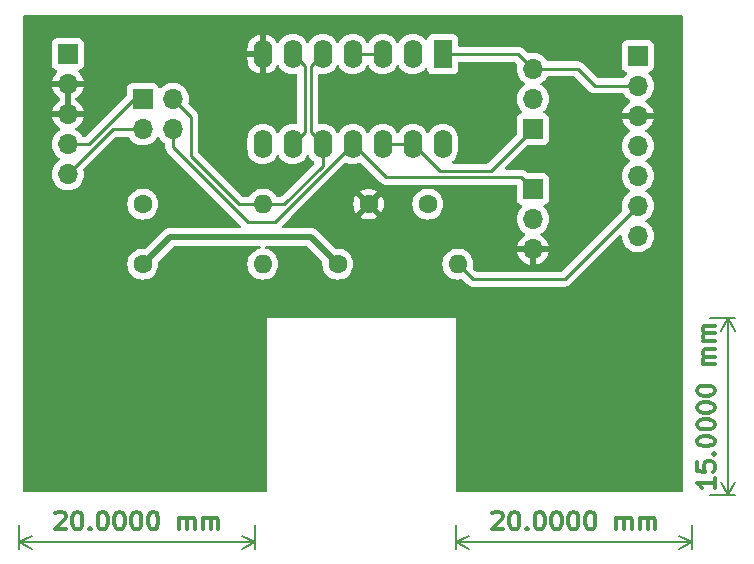
<source format=gtl>
G04 #@! TF.GenerationSoftware,KiCad,Pcbnew,7.0.1-0*
G04 #@! TF.CreationDate,2024-06-17T20:01:34+02:00*
G04 #@! TF.ProjectId,1541_Diskettenlocher,31353431-5f44-4697-936b-657474656e6c,0.2.1*
G04 #@! TF.SameCoordinates,Original*
G04 #@! TF.FileFunction,Copper,L1,Top*
G04 #@! TF.FilePolarity,Positive*
%FSLAX46Y46*%
G04 Gerber Fmt 4.6, Leading zero omitted, Abs format (unit mm)*
G04 Created by KiCad (PCBNEW 7.0.1-0) date 2024-06-17 20:01:34*
%MOMM*%
%LPD*%
G01*
G04 APERTURE LIST*
%ADD10C,0.300000*%
G04 #@! TA.AperFunction,NonConductor*
%ADD11C,0.300000*%
G04 #@! TD*
G04 #@! TA.AperFunction,NonConductor*
%ADD12C,0.200000*%
G04 #@! TD*
G04 #@! TA.AperFunction,ComponentPad*
%ADD13R,1.700000X1.700000*%
G04 #@! TD*
G04 #@! TA.AperFunction,ComponentPad*
%ADD14O,1.700000X1.700000*%
G04 #@! TD*
G04 #@! TA.AperFunction,ComponentPad*
%ADD15C,1.600000*%
G04 #@! TD*
G04 #@! TA.AperFunction,ComponentPad*
%ADD16O,1.600000X1.600000*%
G04 #@! TD*
G04 #@! TA.AperFunction,ComponentPad*
%ADD17R,1.600000X2.400000*%
G04 #@! TD*
G04 #@! TA.AperFunction,ComponentPad*
%ADD18O,1.600000X2.400000*%
G04 #@! TD*
G04 #@! TA.AperFunction,ViaPad*
%ADD19C,0.600000*%
G04 #@! TD*
G04 #@! TA.AperFunction,Conductor*
%ADD20C,0.508000*%
G04 #@! TD*
G04 #@! TA.AperFunction,Conductor*
%ADD21C,0.254000*%
G04 #@! TD*
G04 APERTURE END LIST*
D10*
D11*
X70071430Y-159536785D02*
X70142858Y-159465357D01*
X70142858Y-159465357D02*
X70285716Y-159393928D01*
X70285716Y-159393928D02*
X70642858Y-159393928D01*
X70642858Y-159393928D02*
X70785716Y-159465357D01*
X70785716Y-159465357D02*
X70857144Y-159536785D01*
X70857144Y-159536785D02*
X70928573Y-159679642D01*
X70928573Y-159679642D02*
X70928573Y-159822500D01*
X70928573Y-159822500D02*
X70857144Y-160036785D01*
X70857144Y-160036785D02*
X70000001Y-160893928D01*
X70000001Y-160893928D02*
X70928573Y-160893928D01*
X71857144Y-159393928D02*
X72000001Y-159393928D01*
X72000001Y-159393928D02*
X72142858Y-159465357D01*
X72142858Y-159465357D02*
X72214287Y-159536785D01*
X72214287Y-159536785D02*
X72285715Y-159679642D01*
X72285715Y-159679642D02*
X72357144Y-159965357D01*
X72357144Y-159965357D02*
X72357144Y-160322500D01*
X72357144Y-160322500D02*
X72285715Y-160608214D01*
X72285715Y-160608214D02*
X72214287Y-160751071D01*
X72214287Y-160751071D02*
X72142858Y-160822500D01*
X72142858Y-160822500D02*
X72000001Y-160893928D01*
X72000001Y-160893928D02*
X71857144Y-160893928D01*
X71857144Y-160893928D02*
X71714287Y-160822500D01*
X71714287Y-160822500D02*
X71642858Y-160751071D01*
X71642858Y-160751071D02*
X71571429Y-160608214D01*
X71571429Y-160608214D02*
X71500001Y-160322500D01*
X71500001Y-160322500D02*
X71500001Y-159965357D01*
X71500001Y-159965357D02*
X71571429Y-159679642D01*
X71571429Y-159679642D02*
X71642858Y-159536785D01*
X71642858Y-159536785D02*
X71714287Y-159465357D01*
X71714287Y-159465357D02*
X71857144Y-159393928D01*
X73000000Y-160751071D02*
X73071429Y-160822500D01*
X73071429Y-160822500D02*
X73000000Y-160893928D01*
X73000000Y-160893928D02*
X72928572Y-160822500D01*
X72928572Y-160822500D02*
X73000000Y-160751071D01*
X73000000Y-160751071D02*
X73000000Y-160893928D01*
X74000001Y-159393928D02*
X74142858Y-159393928D01*
X74142858Y-159393928D02*
X74285715Y-159465357D01*
X74285715Y-159465357D02*
X74357144Y-159536785D01*
X74357144Y-159536785D02*
X74428572Y-159679642D01*
X74428572Y-159679642D02*
X74500001Y-159965357D01*
X74500001Y-159965357D02*
X74500001Y-160322500D01*
X74500001Y-160322500D02*
X74428572Y-160608214D01*
X74428572Y-160608214D02*
X74357144Y-160751071D01*
X74357144Y-160751071D02*
X74285715Y-160822500D01*
X74285715Y-160822500D02*
X74142858Y-160893928D01*
X74142858Y-160893928D02*
X74000001Y-160893928D01*
X74000001Y-160893928D02*
X73857144Y-160822500D01*
X73857144Y-160822500D02*
X73785715Y-160751071D01*
X73785715Y-160751071D02*
X73714286Y-160608214D01*
X73714286Y-160608214D02*
X73642858Y-160322500D01*
X73642858Y-160322500D02*
X73642858Y-159965357D01*
X73642858Y-159965357D02*
X73714286Y-159679642D01*
X73714286Y-159679642D02*
X73785715Y-159536785D01*
X73785715Y-159536785D02*
X73857144Y-159465357D01*
X73857144Y-159465357D02*
X74000001Y-159393928D01*
X75428572Y-159393928D02*
X75571429Y-159393928D01*
X75571429Y-159393928D02*
X75714286Y-159465357D01*
X75714286Y-159465357D02*
X75785715Y-159536785D01*
X75785715Y-159536785D02*
X75857143Y-159679642D01*
X75857143Y-159679642D02*
X75928572Y-159965357D01*
X75928572Y-159965357D02*
X75928572Y-160322500D01*
X75928572Y-160322500D02*
X75857143Y-160608214D01*
X75857143Y-160608214D02*
X75785715Y-160751071D01*
X75785715Y-160751071D02*
X75714286Y-160822500D01*
X75714286Y-160822500D02*
X75571429Y-160893928D01*
X75571429Y-160893928D02*
X75428572Y-160893928D01*
X75428572Y-160893928D02*
X75285715Y-160822500D01*
X75285715Y-160822500D02*
X75214286Y-160751071D01*
X75214286Y-160751071D02*
X75142857Y-160608214D01*
X75142857Y-160608214D02*
X75071429Y-160322500D01*
X75071429Y-160322500D02*
X75071429Y-159965357D01*
X75071429Y-159965357D02*
X75142857Y-159679642D01*
X75142857Y-159679642D02*
X75214286Y-159536785D01*
X75214286Y-159536785D02*
X75285715Y-159465357D01*
X75285715Y-159465357D02*
X75428572Y-159393928D01*
X76857143Y-159393928D02*
X77000000Y-159393928D01*
X77000000Y-159393928D02*
X77142857Y-159465357D01*
X77142857Y-159465357D02*
X77214286Y-159536785D01*
X77214286Y-159536785D02*
X77285714Y-159679642D01*
X77285714Y-159679642D02*
X77357143Y-159965357D01*
X77357143Y-159965357D02*
X77357143Y-160322500D01*
X77357143Y-160322500D02*
X77285714Y-160608214D01*
X77285714Y-160608214D02*
X77214286Y-160751071D01*
X77214286Y-160751071D02*
X77142857Y-160822500D01*
X77142857Y-160822500D02*
X77000000Y-160893928D01*
X77000000Y-160893928D02*
X76857143Y-160893928D01*
X76857143Y-160893928D02*
X76714286Y-160822500D01*
X76714286Y-160822500D02*
X76642857Y-160751071D01*
X76642857Y-160751071D02*
X76571428Y-160608214D01*
X76571428Y-160608214D02*
X76500000Y-160322500D01*
X76500000Y-160322500D02*
X76500000Y-159965357D01*
X76500000Y-159965357D02*
X76571428Y-159679642D01*
X76571428Y-159679642D02*
X76642857Y-159536785D01*
X76642857Y-159536785D02*
X76714286Y-159465357D01*
X76714286Y-159465357D02*
X76857143Y-159393928D01*
X78285714Y-159393928D02*
X78428571Y-159393928D01*
X78428571Y-159393928D02*
X78571428Y-159465357D01*
X78571428Y-159465357D02*
X78642857Y-159536785D01*
X78642857Y-159536785D02*
X78714285Y-159679642D01*
X78714285Y-159679642D02*
X78785714Y-159965357D01*
X78785714Y-159965357D02*
X78785714Y-160322500D01*
X78785714Y-160322500D02*
X78714285Y-160608214D01*
X78714285Y-160608214D02*
X78642857Y-160751071D01*
X78642857Y-160751071D02*
X78571428Y-160822500D01*
X78571428Y-160822500D02*
X78428571Y-160893928D01*
X78428571Y-160893928D02*
X78285714Y-160893928D01*
X78285714Y-160893928D02*
X78142857Y-160822500D01*
X78142857Y-160822500D02*
X78071428Y-160751071D01*
X78071428Y-160751071D02*
X77999999Y-160608214D01*
X77999999Y-160608214D02*
X77928571Y-160322500D01*
X77928571Y-160322500D02*
X77928571Y-159965357D01*
X77928571Y-159965357D02*
X77999999Y-159679642D01*
X77999999Y-159679642D02*
X78071428Y-159536785D01*
X78071428Y-159536785D02*
X78142857Y-159465357D01*
X78142857Y-159465357D02*
X78285714Y-159393928D01*
X80571427Y-160893928D02*
X80571427Y-159893928D01*
X80571427Y-160036785D02*
X80642856Y-159965357D01*
X80642856Y-159965357D02*
X80785713Y-159893928D01*
X80785713Y-159893928D02*
X80999999Y-159893928D01*
X80999999Y-159893928D02*
X81142856Y-159965357D01*
X81142856Y-159965357D02*
X81214285Y-160108214D01*
X81214285Y-160108214D02*
X81214285Y-160893928D01*
X81214285Y-160108214D02*
X81285713Y-159965357D01*
X81285713Y-159965357D02*
X81428570Y-159893928D01*
X81428570Y-159893928D02*
X81642856Y-159893928D01*
X81642856Y-159893928D02*
X81785713Y-159965357D01*
X81785713Y-159965357D02*
X81857142Y-160108214D01*
X81857142Y-160108214D02*
X81857142Y-160893928D01*
X82571427Y-160893928D02*
X82571427Y-159893928D01*
X82571427Y-160036785D02*
X82642856Y-159965357D01*
X82642856Y-159965357D02*
X82785713Y-159893928D01*
X82785713Y-159893928D02*
X82999999Y-159893928D01*
X82999999Y-159893928D02*
X83142856Y-159965357D01*
X83142856Y-159965357D02*
X83214285Y-160108214D01*
X83214285Y-160108214D02*
X83214285Y-160893928D01*
X83214285Y-160108214D02*
X83285713Y-159965357D01*
X83285713Y-159965357D02*
X83428570Y-159893928D01*
X83428570Y-159893928D02*
X83642856Y-159893928D01*
X83642856Y-159893928D02*
X83785713Y-159965357D01*
X83785713Y-159965357D02*
X83857142Y-160108214D01*
X83857142Y-160108214D02*
X83857142Y-160893928D01*
D12*
X67000000Y-160500000D02*
X67000000Y-162586420D01*
X87000000Y-160500000D02*
X87000000Y-162586420D01*
X67000000Y-162000000D02*
X87000000Y-162000000D01*
X67000000Y-162000000D02*
X87000000Y-162000000D01*
X67000000Y-162000000D02*
X68126504Y-161413579D01*
X67000000Y-162000000D02*
X68126504Y-162586421D01*
X87000000Y-162000000D02*
X85873496Y-162586421D01*
X87000000Y-162000000D02*
X85873496Y-161413579D01*
D10*
D11*
X125893928Y-156571426D02*
X125893928Y-157428569D01*
X125893928Y-156999998D02*
X124393928Y-156999998D01*
X124393928Y-156999998D02*
X124608214Y-157142855D01*
X124608214Y-157142855D02*
X124751071Y-157285712D01*
X124751071Y-157285712D02*
X124822500Y-157428569D01*
X124393928Y-155214284D02*
X124393928Y-155928570D01*
X124393928Y-155928570D02*
X125108214Y-155999998D01*
X125108214Y-155999998D02*
X125036785Y-155928570D01*
X125036785Y-155928570D02*
X124965357Y-155785713D01*
X124965357Y-155785713D02*
X124965357Y-155428570D01*
X124965357Y-155428570D02*
X125036785Y-155285713D01*
X125036785Y-155285713D02*
X125108214Y-155214284D01*
X125108214Y-155214284D02*
X125251071Y-155142855D01*
X125251071Y-155142855D02*
X125608214Y-155142855D01*
X125608214Y-155142855D02*
X125751071Y-155214284D01*
X125751071Y-155214284D02*
X125822500Y-155285713D01*
X125822500Y-155285713D02*
X125893928Y-155428570D01*
X125893928Y-155428570D02*
X125893928Y-155785713D01*
X125893928Y-155785713D02*
X125822500Y-155928570D01*
X125822500Y-155928570D02*
X125751071Y-155999998D01*
X125751071Y-154499999D02*
X125822500Y-154428570D01*
X125822500Y-154428570D02*
X125893928Y-154499999D01*
X125893928Y-154499999D02*
X125822500Y-154571427D01*
X125822500Y-154571427D02*
X125751071Y-154499999D01*
X125751071Y-154499999D02*
X125893928Y-154499999D01*
X124393928Y-153499998D02*
X124393928Y-153357141D01*
X124393928Y-153357141D02*
X124465357Y-153214284D01*
X124465357Y-153214284D02*
X124536785Y-153142856D01*
X124536785Y-153142856D02*
X124679642Y-153071427D01*
X124679642Y-153071427D02*
X124965357Y-152999998D01*
X124965357Y-152999998D02*
X125322500Y-152999998D01*
X125322500Y-152999998D02*
X125608214Y-153071427D01*
X125608214Y-153071427D02*
X125751071Y-153142856D01*
X125751071Y-153142856D02*
X125822500Y-153214284D01*
X125822500Y-153214284D02*
X125893928Y-153357141D01*
X125893928Y-153357141D02*
X125893928Y-153499998D01*
X125893928Y-153499998D02*
X125822500Y-153642856D01*
X125822500Y-153642856D02*
X125751071Y-153714284D01*
X125751071Y-153714284D02*
X125608214Y-153785713D01*
X125608214Y-153785713D02*
X125322500Y-153857141D01*
X125322500Y-153857141D02*
X124965357Y-153857141D01*
X124965357Y-153857141D02*
X124679642Y-153785713D01*
X124679642Y-153785713D02*
X124536785Y-153714284D01*
X124536785Y-153714284D02*
X124465357Y-153642856D01*
X124465357Y-153642856D02*
X124393928Y-153499998D01*
X124393928Y-152071427D02*
X124393928Y-151928570D01*
X124393928Y-151928570D02*
X124465357Y-151785713D01*
X124465357Y-151785713D02*
X124536785Y-151714285D01*
X124536785Y-151714285D02*
X124679642Y-151642856D01*
X124679642Y-151642856D02*
X124965357Y-151571427D01*
X124965357Y-151571427D02*
X125322500Y-151571427D01*
X125322500Y-151571427D02*
X125608214Y-151642856D01*
X125608214Y-151642856D02*
X125751071Y-151714285D01*
X125751071Y-151714285D02*
X125822500Y-151785713D01*
X125822500Y-151785713D02*
X125893928Y-151928570D01*
X125893928Y-151928570D02*
X125893928Y-152071427D01*
X125893928Y-152071427D02*
X125822500Y-152214285D01*
X125822500Y-152214285D02*
X125751071Y-152285713D01*
X125751071Y-152285713D02*
X125608214Y-152357142D01*
X125608214Y-152357142D02*
X125322500Y-152428570D01*
X125322500Y-152428570D02*
X124965357Y-152428570D01*
X124965357Y-152428570D02*
X124679642Y-152357142D01*
X124679642Y-152357142D02*
X124536785Y-152285713D01*
X124536785Y-152285713D02*
X124465357Y-152214285D01*
X124465357Y-152214285D02*
X124393928Y-152071427D01*
X124393928Y-150642856D02*
X124393928Y-150499999D01*
X124393928Y-150499999D02*
X124465357Y-150357142D01*
X124465357Y-150357142D02*
X124536785Y-150285714D01*
X124536785Y-150285714D02*
X124679642Y-150214285D01*
X124679642Y-150214285D02*
X124965357Y-150142856D01*
X124965357Y-150142856D02*
X125322500Y-150142856D01*
X125322500Y-150142856D02*
X125608214Y-150214285D01*
X125608214Y-150214285D02*
X125751071Y-150285714D01*
X125751071Y-150285714D02*
X125822500Y-150357142D01*
X125822500Y-150357142D02*
X125893928Y-150499999D01*
X125893928Y-150499999D02*
X125893928Y-150642856D01*
X125893928Y-150642856D02*
X125822500Y-150785714D01*
X125822500Y-150785714D02*
X125751071Y-150857142D01*
X125751071Y-150857142D02*
X125608214Y-150928571D01*
X125608214Y-150928571D02*
X125322500Y-150999999D01*
X125322500Y-150999999D02*
X124965357Y-150999999D01*
X124965357Y-150999999D02*
X124679642Y-150928571D01*
X124679642Y-150928571D02*
X124536785Y-150857142D01*
X124536785Y-150857142D02*
X124465357Y-150785714D01*
X124465357Y-150785714D02*
X124393928Y-150642856D01*
X124393928Y-149214285D02*
X124393928Y-149071428D01*
X124393928Y-149071428D02*
X124465357Y-148928571D01*
X124465357Y-148928571D02*
X124536785Y-148857143D01*
X124536785Y-148857143D02*
X124679642Y-148785714D01*
X124679642Y-148785714D02*
X124965357Y-148714285D01*
X124965357Y-148714285D02*
X125322500Y-148714285D01*
X125322500Y-148714285D02*
X125608214Y-148785714D01*
X125608214Y-148785714D02*
X125751071Y-148857143D01*
X125751071Y-148857143D02*
X125822500Y-148928571D01*
X125822500Y-148928571D02*
X125893928Y-149071428D01*
X125893928Y-149071428D02*
X125893928Y-149214285D01*
X125893928Y-149214285D02*
X125822500Y-149357143D01*
X125822500Y-149357143D02*
X125751071Y-149428571D01*
X125751071Y-149428571D02*
X125608214Y-149500000D01*
X125608214Y-149500000D02*
X125322500Y-149571428D01*
X125322500Y-149571428D02*
X124965357Y-149571428D01*
X124965357Y-149571428D02*
X124679642Y-149500000D01*
X124679642Y-149500000D02*
X124536785Y-149428571D01*
X124536785Y-149428571D02*
X124465357Y-149357143D01*
X124465357Y-149357143D02*
X124393928Y-149214285D01*
X125893928Y-146928572D02*
X124893928Y-146928572D01*
X125036785Y-146928572D02*
X124965357Y-146857143D01*
X124965357Y-146857143D02*
X124893928Y-146714286D01*
X124893928Y-146714286D02*
X124893928Y-146500000D01*
X124893928Y-146500000D02*
X124965357Y-146357143D01*
X124965357Y-146357143D02*
X125108214Y-146285715D01*
X125108214Y-146285715D02*
X125893928Y-146285715D01*
X125108214Y-146285715D02*
X124965357Y-146214286D01*
X124965357Y-146214286D02*
X124893928Y-146071429D01*
X124893928Y-146071429D02*
X124893928Y-145857143D01*
X124893928Y-145857143D02*
X124965357Y-145714286D01*
X124965357Y-145714286D02*
X125108214Y-145642857D01*
X125108214Y-145642857D02*
X125893928Y-145642857D01*
X125893928Y-144928572D02*
X124893928Y-144928572D01*
X125036785Y-144928572D02*
X124965357Y-144857143D01*
X124965357Y-144857143D02*
X124893928Y-144714286D01*
X124893928Y-144714286D02*
X124893928Y-144500000D01*
X124893928Y-144500000D02*
X124965357Y-144357143D01*
X124965357Y-144357143D02*
X125108214Y-144285715D01*
X125108214Y-144285715D02*
X125893928Y-144285715D01*
X125108214Y-144285715D02*
X124965357Y-144214286D01*
X124965357Y-144214286D02*
X124893928Y-144071429D01*
X124893928Y-144071429D02*
X124893928Y-143857143D01*
X124893928Y-143857143D02*
X124965357Y-143714286D01*
X124965357Y-143714286D02*
X125108214Y-143642857D01*
X125108214Y-143642857D02*
X125893928Y-143642857D01*
D12*
X125500000Y-158000000D02*
X127586420Y-158000000D01*
X125500000Y-143000000D02*
X127586420Y-143000000D01*
X127000000Y-158000000D02*
X127000000Y-143000000D01*
X127000000Y-158000000D02*
X127000000Y-143000000D01*
X127000000Y-158000000D02*
X126413579Y-156873496D01*
X127000000Y-158000000D02*
X127586421Y-156873496D01*
X127000000Y-143000000D02*
X127586421Y-144126504D01*
X127000000Y-143000000D02*
X126413579Y-144126504D01*
D10*
D11*
X107071430Y-159536785D02*
X107142858Y-159465357D01*
X107142858Y-159465357D02*
X107285716Y-159393928D01*
X107285716Y-159393928D02*
X107642858Y-159393928D01*
X107642858Y-159393928D02*
X107785716Y-159465357D01*
X107785716Y-159465357D02*
X107857144Y-159536785D01*
X107857144Y-159536785D02*
X107928573Y-159679642D01*
X107928573Y-159679642D02*
X107928573Y-159822500D01*
X107928573Y-159822500D02*
X107857144Y-160036785D01*
X107857144Y-160036785D02*
X107000001Y-160893928D01*
X107000001Y-160893928D02*
X107928573Y-160893928D01*
X108857144Y-159393928D02*
X109000001Y-159393928D01*
X109000001Y-159393928D02*
X109142858Y-159465357D01*
X109142858Y-159465357D02*
X109214287Y-159536785D01*
X109214287Y-159536785D02*
X109285715Y-159679642D01*
X109285715Y-159679642D02*
X109357144Y-159965357D01*
X109357144Y-159965357D02*
X109357144Y-160322500D01*
X109357144Y-160322500D02*
X109285715Y-160608214D01*
X109285715Y-160608214D02*
X109214287Y-160751071D01*
X109214287Y-160751071D02*
X109142858Y-160822500D01*
X109142858Y-160822500D02*
X109000001Y-160893928D01*
X109000001Y-160893928D02*
X108857144Y-160893928D01*
X108857144Y-160893928D02*
X108714287Y-160822500D01*
X108714287Y-160822500D02*
X108642858Y-160751071D01*
X108642858Y-160751071D02*
X108571429Y-160608214D01*
X108571429Y-160608214D02*
X108500001Y-160322500D01*
X108500001Y-160322500D02*
X108500001Y-159965357D01*
X108500001Y-159965357D02*
X108571429Y-159679642D01*
X108571429Y-159679642D02*
X108642858Y-159536785D01*
X108642858Y-159536785D02*
X108714287Y-159465357D01*
X108714287Y-159465357D02*
X108857144Y-159393928D01*
X110000000Y-160751071D02*
X110071429Y-160822500D01*
X110071429Y-160822500D02*
X110000000Y-160893928D01*
X110000000Y-160893928D02*
X109928572Y-160822500D01*
X109928572Y-160822500D02*
X110000000Y-160751071D01*
X110000000Y-160751071D02*
X110000000Y-160893928D01*
X111000001Y-159393928D02*
X111142858Y-159393928D01*
X111142858Y-159393928D02*
X111285715Y-159465357D01*
X111285715Y-159465357D02*
X111357144Y-159536785D01*
X111357144Y-159536785D02*
X111428572Y-159679642D01*
X111428572Y-159679642D02*
X111500001Y-159965357D01*
X111500001Y-159965357D02*
X111500001Y-160322500D01*
X111500001Y-160322500D02*
X111428572Y-160608214D01*
X111428572Y-160608214D02*
X111357144Y-160751071D01*
X111357144Y-160751071D02*
X111285715Y-160822500D01*
X111285715Y-160822500D02*
X111142858Y-160893928D01*
X111142858Y-160893928D02*
X111000001Y-160893928D01*
X111000001Y-160893928D02*
X110857144Y-160822500D01*
X110857144Y-160822500D02*
X110785715Y-160751071D01*
X110785715Y-160751071D02*
X110714286Y-160608214D01*
X110714286Y-160608214D02*
X110642858Y-160322500D01*
X110642858Y-160322500D02*
X110642858Y-159965357D01*
X110642858Y-159965357D02*
X110714286Y-159679642D01*
X110714286Y-159679642D02*
X110785715Y-159536785D01*
X110785715Y-159536785D02*
X110857144Y-159465357D01*
X110857144Y-159465357D02*
X111000001Y-159393928D01*
X112428572Y-159393928D02*
X112571429Y-159393928D01*
X112571429Y-159393928D02*
X112714286Y-159465357D01*
X112714286Y-159465357D02*
X112785715Y-159536785D01*
X112785715Y-159536785D02*
X112857143Y-159679642D01*
X112857143Y-159679642D02*
X112928572Y-159965357D01*
X112928572Y-159965357D02*
X112928572Y-160322500D01*
X112928572Y-160322500D02*
X112857143Y-160608214D01*
X112857143Y-160608214D02*
X112785715Y-160751071D01*
X112785715Y-160751071D02*
X112714286Y-160822500D01*
X112714286Y-160822500D02*
X112571429Y-160893928D01*
X112571429Y-160893928D02*
X112428572Y-160893928D01*
X112428572Y-160893928D02*
X112285715Y-160822500D01*
X112285715Y-160822500D02*
X112214286Y-160751071D01*
X112214286Y-160751071D02*
X112142857Y-160608214D01*
X112142857Y-160608214D02*
X112071429Y-160322500D01*
X112071429Y-160322500D02*
X112071429Y-159965357D01*
X112071429Y-159965357D02*
X112142857Y-159679642D01*
X112142857Y-159679642D02*
X112214286Y-159536785D01*
X112214286Y-159536785D02*
X112285715Y-159465357D01*
X112285715Y-159465357D02*
X112428572Y-159393928D01*
X113857143Y-159393928D02*
X114000000Y-159393928D01*
X114000000Y-159393928D02*
X114142857Y-159465357D01*
X114142857Y-159465357D02*
X114214286Y-159536785D01*
X114214286Y-159536785D02*
X114285714Y-159679642D01*
X114285714Y-159679642D02*
X114357143Y-159965357D01*
X114357143Y-159965357D02*
X114357143Y-160322500D01*
X114357143Y-160322500D02*
X114285714Y-160608214D01*
X114285714Y-160608214D02*
X114214286Y-160751071D01*
X114214286Y-160751071D02*
X114142857Y-160822500D01*
X114142857Y-160822500D02*
X114000000Y-160893928D01*
X114000000Y-160893928D02*
X113857143Y-160893928D01*
X113857143Y-160893928D02*
X113714286Y-160822500D01*
X113714286Y-160822500D02*
X113642857Y-160751071D01*
X113642857Y-160751071D02*
X113571428Y-160608214D01*
X113571428Y-160608214D02*
X113500000Y-160322500D01*
X113500000Y-160322500D02*
X113500000Y-159965357D01*
X113500000Y-159965357D02*
X113571428Y-159679642D01*
X113571428Y-159679642D02*
X113642857Y-159536785D01*
X113642857Y-159536785D02*
X113714286Y-159465357D01*
X113714286Y-159465357D02*
X113857143Y-159393928D01*
X115285714Y-159393928D02*
X115428571Y-159393928D01*
X115428571Y-159393928D02*
X115571428Y-159465357D01*
X115571428Y-159465357D02*
X115642857Y-159536785D01*
X115642857Y-159536785D02*
X115714285Y-159679642D01*
X115714285Y-159679642D02*
X115785714Y-159965357D01*
X115785714Y-159965357D02*
X115785714Y-160322500D01*
X115785714Y-160322500D02*
X115714285Y-160608214D01*
X115714285Y-160608214D02*
X115642857Y-160751071D01*
X115642857Y-160751071D02*
X115571428Y-160822500D01*
X115571428Y-160822500D02*
X115428571Y-160893928D01*
X115428571Y-160893928D02*
X115285714Y-160893928D01*
X115285714Y-160893928D02*
X115142857Y-160822500D01*
X115142857Y-160822500D02*
X115071428Y-160751071D01*
X115071428Y-160751071D02*
X114999999Y-160608214D01*
X114999999Y-160608214D02*
X114928571Y-160322500D01*
X114928571Y-160322500D02*
X114928571Y-159965357D01*
X114928571Y-159965357D02*
X114999999Y-159679642D01*
X114999999Y-159679642D02*
X115071428Y-159536785D01*
X115071428Y-159536785D02*
X115142857Y-159465357D01*
X115142857Y-159465357D02*
X115285714Y-159393928D01*
X117571427Y-160893928D02*
X117571427Y-159893928D01*
X117571427Y-160036785D02*
X117642856Y-159965357D01*
X117642856Y-159965357D02*
X117785713Y-159893928D01*
X117785713Y-159893928D02*
X117999999Y-159893928D01*
X117999999Y-159893928D02*
X118142856Y-159965357D01*
X118142856Y-159965357D02*
X118214285Y-160108214D01*
X118214285Y-160108214D02*
X118214285Y-160893928D01*
X118214285Y-160108214D02*
X118285713Y-159965357D01*
X118285713Y-159965357D02*
X118428570Y-159893928D01*
X118428570Y-159893928D02*
X118642856Y-159893928D01*
X118642856Y-159893928D02*
X118785713Y-159965357D01*
X118785713Y-159965357D02*
X118857142Y-160108214D01*
X118857142Y-160108214D02*
X118857142Y-160893928D01*
X119571427Y-160893928D02*
X119571427Y-159893928D01*
X119571427Y-160036785D02*
X119642856Y-159965357D01*
X119642856Y-159965357D02*
X119785713Y-159893928D01*
X119785713Y-159893928D02*
X119999999Y-159893928D01*
X119999999Y-159893928D02*
X120142856Y-159965357D01*
X120142856Y-159965357D02*
X120214285Y-160108214D01*
X120214285Y-160108214D02*
X120214285Y-160893928D01*
X120214285Y-160108214D02*
X120285713Y-159965357D01*
X120285713Y-159965357D02*
X120428570Y-159893928D01*
X120428570Y-159893928D02*
X120642856Y-159893928D01*
X120642856Y-159893928D02*
X120785713Y-159965357D01*
X120785713Y-159965357D02*
X120857142Y-160108214D01*
X120857142Y-160108214D02*
X120857142Y-160893928D01*
D12*
X124000000Y-160500000D02*
X124000000Y-162586420D01*
X104000000Y-160500000D02*
X104000000Y-162586420D01*
X124000000Y-162000000D02*
X104000000Y-162000000D01*
X124000000Y-162000000D02*
X104000000Y-162000000D01*
X124000000Y-162000000D02*
X122873496Y-162586421D01*
X124000000Y-162000000D02*
X122873496Y-161413579D01*
X104000000Y-162000000D02*
X105126504Y-161413579D01*
X104000000Y-162000000D02*
X105126504Y-162586421D01*
D13*
X110490000Y-126985000D03*
D14*
X110490000Y-124445000D03*
X110490000Y-121905000D03*
D15*
X93980000Y-138430000D03*
D16*
X104140000Y-138430000D03*
D13*
X119380000Y-120808000D03*
D14*
X119380000Y-123348000D03*
X119380000Y-125888000D03*
X119380000Y-128428000D03*
X119380000Y-130968000D03*
X119380000Y-133508000D03*
X119380000Y-136048000D03*
D15*
X101600000Y-133350000D03*
X96600000Y-133350000D03*
X77470000Y-133350000D03*
D16*
X87630000Y-133350000D03*
D17*
X102870000Y-120650000D03*
D18*
X100330000Y-120650000D03*
X97790000Y-120650000D03*
X95250000Y-120650000D03*
X92710000Y-120650000D03*
X90170000Y-120650000D03*
X87630000Y-120650000D03*
X87630000Y-128270000D03*
X90170000Y-128270000D03*
X92710000Y-128270000D03*
X95250000Y-128270000D03*
X97790000Y-128270000D03*
X100330000Y-128270000D03*
X102870000Y-128270000D03*
D15*
X77470000Y-138430000D03*
D16*
X87630000Y-138430000D03*
D13*
X77470000Y-124460000D03*
D14*
X80010000Y-124460000D03*
X77470000Y-127000000D03*
X80010000Y-127000000D03*
D13*
X71120000Y-120650000D03*
D14*
X71120000Y-123190000D03*
X71120000Y-125730000D03*
X71120000Y-128270000D03*
X71120000Y-130810000D03*
D13*
X110490000Y-132080000D03*
D14*
X110490000Y-134620000D03*
X110490000Y-137160000D03*
D19*
X99314000Y-124968000D03*
D20*
X93980000Y-138430000D02*
X91694000Y-136144000D01*
X91694000Y-136144000D02*
X79756000Y-136144000D01*
X79756000Y-136144000D02*
X77470000Y-138430000D01*
D21*
X74930000Y-127000000D02*
X77470000Y-127000000D01*
X71120000Y-130810000D02*
X74930000Y-127000000D01*
X114285000Y-121905000D02*
X115728000Y-123348000D01*
X115728000Y-123348000D02*
X119380000Y-123348000D01*
X110490000Y-121905000D02*
X114285000Y-121905000D01*
X102870000Y-120650000D02*
X109235000Y-120650000D01*
X109235000Y-120650000D02*
X110490000Y-121905000D01*
X71120000Y-128270000D02*
X72941580Y-128270000D01*
X76751580Y-124460000D02*
X77470000Y-124460000D01*
X72941580Y-128270000D02*
X76751580Y-124460000D01*
X91186000Y-127254000D02*
X90170000Y-128270000D01*
X91186000Y-121666000D02*
X91186000Y-127254000D01*
X90170000Y-120650000D02*
X91186000Y-121666000D01*
X97790000Y-120650000D02*
X95250000Y-120650000D01*
X104140000Y-138430000D02*
X105410000Y-139700000D01*
X113188000Y-139700000D02*
X119380000Y-133508000D01*
X105410000Y-139700000D02*
X113188000Y-139700000D01*
X92710000Y-130091580D02*
X92710000Y-128270000D01*
X81534000Y-129286000D02*
X85598000Y-133350000D01*
X81534000Y-125984000D02*
X81534000Y-129286000D01*
X85598000Y-133350000D02*
X87630000Y-133350000D01*
X91694000Y-121666000D02*
X91694000Y-127254000D01*
X89451580Y-133350000D02*
X92710000Y-130091580D01*
X92710000Y-120650000D02*
X91694000Y-121666000D01*
X91694000Y-127254000D02*
X92710000Y-128270000D01*
X87630000Y-133350000D02*
X89451580Y-133350000D01*
X80010000Y-124460000D02*
X81534000Y-125984000D01*
X88646000Y-134874000D02*
X86360000Y-134874000D01*
X80010000Y-128524000D02*
X80010000Y-127000000D01*
X86360000Y-134874000D02*
X80010000Y-128524000D01*
X95250000Y-128270000D02*
X88646000Y-134874000D01*
X110490000Y-132080000D02*
X109474000Y-131064000D01*
X109474000Y-131064000D02*
X98044000Y-131064000D01*
X98044000Y-131064000D02*
X95250000Y-128270000D01*
X102616000Y-130556000D02*
X106919000Y-130556000D01*
X106919000Y-130556000D02*
X110490000Y-126985000D01*
X100330000Y-128270000D02*
X102616000Y-130556000D01*
X100330000Y-128270000D02*
X97790000Y-128270000D01*
G04 #@! TA.AperFunction,Conductor*
G36*
X108967859Y-121294939D02*
G01*
X109008087Y-121321819D01*
X109140365Y-121454097D01*
X109172235Y-121508860D01*
X109172890Y-121572218D01*
X109145435Y-121680636D01*
X109126843Y-121905000D01*
X109145435Y-122129363D01*
X109145435Y-122129366D01*
X109145436Y-122129368D01*
X109200065Y-122345094D01*
X109200705Y-122347618D01*
X109291138Y-122553788D01*
X109291140Y-122553791D01*
X109414278Y-122742268D01*
X109566760Y-122907906D01*
X109744424Y-123046189D01*
X109780930Y-123065945D01*
X109828435Y-123111524D01*
X109845913Y-123174997D01*
X109828437Y-123238471D01*
X109780933Y-123284052D01*
X109744427Y-123303809D01*
X109744425Y-123303810D01*
X109744424Y-123303811D01*
X109667356Y-123363796D01*
X109566760Y-123442094D01*
X109414279Y-123607730D01*
X109291138Y-123796211D01*
X109200705Y-124002381D01*
X109200704Y-124002384D01*
X109191260Y-124039679D01*
X109145435Y-124220636D01*
X109126843Y-124445000D01*
X109145435Y-124669363D01*
X109145435Y-124669366D01*
X109145436Y-124669368D01*
X109193984Y-124861081D01*
X109200705Y-124887618D01*
X109291138Y-125093788D01*
X109414281Y-125282273D01*
X109559489Y-125440009D01*
X109588263Y-125492761D01*
X109588856Y-125552848D01*
X109561129Y-125606158D01*
X109511595Y-125640173D01*
X109393795Y-125684111D01*
X109276738Y-125771738D01*
X109189110Y-125888796D01*
X109138011Y-126025794D01*
X109131500Y-126086366D01*
X109131500Y-127393405D01*
X109122061Y-127440858D01*
X109095181Y-127481086D01*
X106692086Y-129884181D01*
X106651858Y-129911061D01*
X106604405Y-129920500D01*
X103758678Y-129920500D01*
X103698562Y-129904953D01*
X103653520Y-129862210D01*
X103634848Y-129802990D01*
X103647227Y-129742142D01*
X103687552Y-129694927D01*
X103714300Y-129676198D01*
X103876198Y-129514300D01*
X104007523Y-129326749D01*
X104104284Y-129119243D01*
X104163543Y-128898087D01*
X104178500Y-128727127D01*
X104178500Y-127812873D01*
X104163543Y-127641913D01*
X104104284Y-127420757D01*
X104007523Y-127213251D01*
X103876198Y-127025700D01*
X103714300Y-126863802D01*
X103526749Y-126732477D01*
X103526746Y-126732476D01*
X103526744Y-126732474D01*
X103319246Y-126635717D01*
X103319243Y-126635716D01*
X103101614Y-126577402D01*
X103098084Y-126576456D01*
X102870000Y-126556501D01*
X102641915Y-126576456D01*
X102420753Y-126635717D01*
X102213255Y-126732474D01*
X102025696Y-126863805D01*
X101863805Y-127025696D01*
X101863802Y-127025699D01*
X101863802Y-127025700D01*
X101756000Y-127179658D01*
X101732476Y-127213253D01*
X101712382Y-127256345D01*
X101666625Y-127308521D01*
X101600000Y-127327940D01*
X101533375Y-127308521D01*
X101487618Y-127256345D01*
X101486214Y-127253334D01*
X101467523Y-127213251D01*
X101336198Y-127025700D01*
X101174300Y-126863802D01*
X100986749Y-126732477D01*
X100986746Y-126732476D01*
X100986744Y-126732474D01*
X100779246Y-126635717D01*
X100779243Y-126635716D01*
X100561614Y-126577402D01*
X100558084Y-126576456D01*
X100330000Y-126556501D01*
X100101915Y-126576456D01*
X99880753Y-126635717D01*
X99673255Y-126732474D01*
X99485696Y-126863805D01*
X99323805Y-127025696D01*
X99323802Y-127025699D01*
X99323802Y-127025700D01*
X99216000Y-127179658D01*
X99192476Y-127213253D01*
X99172382Y-127256345D01*
X99126625Y-127308521D01*
X99060000Y-127327940D01*
X98993375Y-127308521D01*
X98947618Y-127256345D01*
X98946214Y-127253334D01*
X98927523Y-127213251D01*
X98796198Y-127025700D01*
X98634300Y-126863802D01*
X98446749Y-126732477D01*
X98446746Y-126732476D01*
X98446744Y-126732474D01*
X98239246Y-126635717D01*
X98239243Y-126635716D01*
X98021614Y-126577402D01*
X98018084Y-126576456D01*
X97790000Y-126556501D01*
X97561915Y-126576456D01*
X97340753Y-126635717D01*
X97133255Y-126732474D01*
X96945696Y-126863805D01*
X96783805Y-127025696D01*
X96783802Y-127025699D01*
X96783802Y-127025700D01*
X96676000Y-127179658D01*
X96652476Y-127213253D01*
X96632382Y-127256345D01*
X96586625Y-127308521D01*
X96520000Y-127327940D01*
X96453375Y-127308521D01*
X96407618Y-127256345D01*
X96406214Y-127253334D01*
X96387523Y-127213251D01*
X96256198Y-127025700D01*
X96094300Y-126863802D01*
X95906749Y-126732477D01*
X95906746Y-126732476D01*
X95906744Y-126732474D01*
X95699246Y-126635717D01*
X95699243Y-126635716D01*
X95481614Y-126577402D01*
X95478084Y-126576456D01*
X95250000Y-126556501D01*
X95021915Y-126576456D01*
X94800753Y-126635717D01*
X94593255Y-126732474D01*
X94405696Y-126863805D01*
X94243805Y-127025696D01*
X94243802Y-127025699D01*
X94243802Y-127025700D01*
X94136000Y-127179658D01*
X94112476Y-127213253D01*
X94092382Y-127256345D01*
X94046625Y-127308521D01*
X93980000Y-127327940D01*
X93913375Y-127308521D01*
X93867618Y-127256345D01*
X93866214Y-127253334D01*
X93847523Y-127213251D01*
X93716198Y-127025700D01*
X93554300Y-126863802D01*
X93366749Y-126732477D01*
X93366746Y-126732476D01*
X93366744Y-126732474D01*
X93159246Y-126635717D01*
X93159243Y-126635716D01*
X92941614Y-126577402D01*
X92938084Y-126576456D01*
X92710000Y-126556501D01*
X92471105Y-126577402D01*
X92470977Y-126575948D01*
X92429315Y-126577315D01*
X92378017Y-126554074D01*
X92342289Y-126510542D01*
X92329500Y-126455696D01*
X92329500Y-122464304D01*
X92342289Y-122409458D01*
X92378017Y-122365926D01*
X92429315Y-122342685D01*
X92470977Y-122344051D01*
X92471105Y-122342598D01*
X92710000Y-122363498D01*
X92938087Y-122343543D01*
X93159243Y-122284284D01*
X93366749Y-122187523D01*
X93554300Y-122056198D01*
X93716198Y-121894300D01*
X93847523Y-121706749D01*
X93867617Y-121663655D01*
X93913375Y-121611479D01*
X93980000Y-121592059D01*
X94046625Y-121611479D01*
X94092382Y-121663655D01*
X94100298Y-121680632D01*
X94112477Y-121706749D01*
X94243802Y-121894300D01*
X94405700Y-122056198D01*
X94593251Y-122187523D01*
X94593254Y-122187524D01*
X94593255Y-122187525D01*
X94648447Y-122213261D01*
X94800757Y-122284284D01*
X95021913Y-122343543D01*
X95250000Y-122363498D01*
X95478087Y-122343543D01*
X95699243Y-122284284D01*
X95906749Y-122187523D01*
X96094300Y-122056198D01*
X96256198Y-121894300D01*
X96387523Y-121706749D01*
X96407617Y-121663655D01*
X96453375Y-121611479D01*
X96520000Y-121592059D01*
X96586625Y-121611479D01*
X96632382Y-121663655D01*
X96640298Y-121680632D01*
X96652477Y-121706749D01*
X96783802Y-121894300D01*
X96945700Y-122056198D01*
X97133251Y-122187523D01*
X97133254Y-122187524D01*
X97133255Y-122187525D01*
X97188447Y-122213261D01*
X97340757Y-122284284D01*
X97561913Y-122343543D01*
X97790000Y-122363498D01*
X98018087Y-122343543D01*
X98239243Y-122284284D01*
X98446749Y-122187523D01*
X98634300Y-122056198D01*
X98796198Y-121894300D01*
X98927523Y-121706749D01*
X98947617Y-121663655D01*
X98993375Y-121611479D01*
X99060000Y-121592059D01*
X99126625Y-121611479D01*
X99172382Y-121663655D01*
X99180298Y-121680632D01*
X99192477Y-121706749D01*
X99323802Y-121894300D01*
X99485700Y-122056198D01*
X99673251Y-122187523D01*
X99673254Y-122187524D01*
X99673255Y-122187525D01*
X99728447Y-122213261D01*
X99880757Y-122284284D01*
X100101913Y-122343543D01*
X100330000Y-122363498D01*
X100558087Y-122343543D01*
X100779243Y-122284284D01*
X100986749Y-122187523D01*
X101174300Y-122056198D01*
X101336198Y-121894300D01*
X101341564Y-121886635D01*
X101386402Y-121847498D01*
X101444316Y-121833762D01*
X101501958Y-121848594D01*
X101546049Y-121888576D01*
X101566429Y-121944498D01*
X101568010Y-121959201D01*
X101619110Y-122096203D01*
X101706738Y-122213261D01*
X101823796Y-122300889D01*
X101960794Y-122351988D01*
X101960797Y-122351988D01*
X101960799Y-122351989D01*
X102021362Y-122358500D01*
X103718634Y-122358500D01*
X103718638Y-122358500D01*
X103779201Y-122351989D01*
X103779203Y-122351988D01*
X103779205Y-122351988D01*
X103867859Y-122318921D01*
X103916204Y-122300889D01*
X104033261Y-122213261D01*
X104120889Y-122096204D01*
X104171989Y-121959201D01*
X104178500Y-121898638D01*
X104178500Y-121409500D01*
X104195113Y-121347500D01*
X104240500Y-121302113D01*
X104302500Y-121285500D01*
X108920406Y-121285500D01*
X108967859Y-121294939D01*
G37*
G04 #@! TD.AperFunction*
G04 #@! TA.AperFunction,Conductor*
G36*
X123128000Y-117364613D02*
G01*
X123173387Y-117410000D01*
X123190000Y-117472000D01*
X123190000Y-157610000D01*
X123173387Y-157672000D01*
X123128000Y-157717387D01*
X123066000Y-157734000D01*
X104124000Y-157734000D01*
X104062000Y-157717387D01*
X104016613Y-157672000D01*
X104000000Y-157610000D01*
X104000000Y-143000000D01*
X88000000Y-143000000D01*
X88000000Y-157610000D01*
X87983387Y-157672000D01*
X87938000Y-157717387D01*
X87876000Y-157734000D01*
X67434000Y-157734000D01*
X67372000Y-157717387D01*
X67326613Y-157672000D01*
X67310000Y-157610000D01*
X67310000Y-133350000D01*
X76156501Y-133350000D01*
X76176456Y-133578084D01*
X76176457Y-133578087D01*
X76234934Y-133796326D01*
X76235717Y-133799246D01*
X76332474Y-134006744D01*
X76332476Y-134006746D01*
X76332477Y-134006749D01*
X76463802Y-134194300D01*
X76625700Y-134356198D01*
X76813251Y-134487523D01*
X77020757Y-134584284D01*
X77241913Y-134643543D01*
X77470000Y-134663498D01*
X77698087Y-134643543D01*
X77919243Y-134584284D01*
X78126749Y-134487523D01*
X78314300Y-134356198D01*
X78476198Y-134194300D01*
X78607523Y-134006749D01*
X78704284Y-133799243D01*
X78763543Y-133578087D01*
X78783498Y-133350000D01*
X78763543Y-133121913D01*
X78704284Y-132900757D01*
X78607523Y-132693251D01*
X78476198Y-132505700D01*
X78314300Y-132343802D01*
X78126749Y-132212477D01*
X78126746Y-132212476D01*
X78126744Y-132212474D01*
X77919246Y-132115717D01*
X77919243Y-132115716D01*
X77729440Y-132064858D01*
X77698084Y-132056456D01*
X77470000Y-132036501D01*
X77241915Y-132056456D01*
X77020753Y-132115717D01*
X76813255Y-132212474D01*
X76813250Y-132212477D01*
X76813251Y-132212477D01*
X76686151Y-132301474D01*
X76625696Y-132343805D01*
X76463805Y-132505696D01*
X76332474Y-132693255D01*
X76235717Y-132900753D01*
X76176456Y-133121915D01*
X76156501Y-133350000D01*
X67310000Y-133350000D01*
X67310000Y-130810000D01*
X69756843Y-130810000D01*
X69775435Y-131034363D01*
X69775435Y-131034366D01*
X69775436Y-131034368D01*
X69815447Y-131192368D01*
X69830705Y-131252618D01*
X69921138Y-131458788D01*
X69921140Y-131458791D01*
X70044278Y-131647268D01*
X70196760Y-131812906D01*
X70374424Y-131951189D01*
X70572426Y-132058342D01*
X70785365Y-132131444D01*
X71007431Y-132168500D01*
X71232569Y-132168500D01*
X71454635Y-132131444D01*
X71667574Y-132058342D01*
X71865576Y-131951189D01*
X72043240Y-131812906D01*
X72195722Y-131647268D01*
X72318860Y-131458791D01*
X72409296Y-131252616D01*
X72464564Y-131034368D01*
X72483156Y-130810000D01*
X72464564Y-130585632D01*
X72437109Y-130477217D01*
X72437763Y-130413861D01*
X72469631Y-130359099D01*
X75156913Y-127671819D01*
X75197142Y-127644939D01*
X75244595Y-127635500D01*
X76195351Y-127635500D01*
X76254369Y-127650445D01*
X76299160Y-127691679D01*
X76387818Y-127827381D01*
X76394278Y-127837268D01*
X76546760Y-128002906D01*
X76724424Y-128141189D01*
X76922426Y-128248342D01*
X77135365Y-128321444D01*
X77357431Y-128358500D01*
X77582569Y-128358500D01*
X77804635Y-128321444D01*
X78017574Y-128248342D01*
X78215576Y-128141189D01*
X78393240Y-128002906D01*
X78545722Y-127837268D01*
X78636192Y-127698793D01*
X78680981Y-127657562D01*
X78739998Y-127642616D01*
X78799016Y-127657561D01*
X78843807Y-127698794D01*
X78934275Y-127837265D01*
X78934277Y-127837267D01*
X78934278Y-127837268D01*
X79086760Y-128002906D01*
X79264424Y-128141189D01*
X79264426Y-128141190D01*
X79309518Y-128165593D01*
X79357023Y-128211173D01*
X79374500Y-128274647D01*
X79374500Y-128440150D01*
X79372204Y-128460941D01*
X79374439Y-128532044D01*
X79374500Y-128535939D01*
X79374500Y-128563980D01*
X79375022Y-128568115D01*
X79375937Y-128579749D01*
X79377334Y-128624207D01*
X79383056Y-128643902D01*
X79387001Y-128662948D01*
X79389572Y-128683300D01*
X79405940Y-128724642D01*
X79409722Y-128735689D01*
X79422129Y-128778389D01*
X79432570Y-128796045D01*
X79441127Y-128813513D01*
X79448679Y-128832586D01*
X79474825Y-128868573D01*
X79481225Y-128878315D01*
X79503866Y-128916598D01*
X79503867Y-128916599D01*
X79503868Y-128916600D01*
X79518364Y-128931096D01*
X79531001Y-128945892D01*
X79543057Y-128962486D01*
X79577324Y-128990834D01*
X79585965Y-128998697D01*
X85757086Y-135169819D01*
X85787336Y-135219182D01*
X85791878Y-135276898D01*
X85769723Y-135330385D01*
X85725700Y-135367985D01*
X85669405Y-135381500D01*
X79820582Y-135381500D01*
X79802612Y-135380191D01*
X79778327Y-135376634D01*
X79728106Y-135381028D01*
X79717299Y-135381500D01*
X79711587Y-135381500D01*
X79680256Y-135385161D01*
X79676674Y-135385527D01*
X79599642Y-135392267D01*
X79580011Y-135396619D01*
X79578958Y-135397001D01*
X79578958Y-135397002D01*
X79528752Y-135415275D01*
X79507321Y-135423075D01*
X79503916Y-135424258D01*
X79430499Y-135448586D01*
X79412395Y-135457351D01*
X79347779Y-135499849D01*
X79344740Y-135501785D01*
X79278902Y-135542396D01*
X79263303Y-135555103D01*
X79210229Y-135611357D01*
X79207717Y-135613943D01*
X77727127Y-137094533D01*
X77681857Y-137123374D01*
X77628639Y-137130380D01*
X77470000Y-137116501D01*
X77241915Y-137136456D01*
X77020753Y-137195717D01*
X76813255Y-137292474D01*
X76813250Y-137292477D01*
X76813251Y-137292477D01*
X76703333Y-137369443D01*
X76625696Y-137423805D01*
X76463805Y-137585696D01*
X76332474Y-137773255D01*
X76235717Y-137980753D01*
X76176456Y-138201915D01*
X76156501Y-138430000D01*
X76176456Y-138658084D01*
X76176457Y-138658087D01*
X76225254Y-138840200D01*
X76235717Y-138879246D01*
X76332474Y-139086744D01*
X76332476Y-139086746D01*
X76332477Y-139086749D01*
X76463802Y-139274300D01*
X76625700Y-139436198D01*
X76813251Y-139567523D01*
X77020757Y-139664284D01*
X77241913Y-139723543D01*
X77470000Y-139743498D01*
X77698087Y-139723543D01*
X77919243Y-139664284D01*
X78126749Y-139567523D01*
X78314300Y-139436198D01*
X78476198Y-139274300D01*
X78607523Y-139086749D01*
X78704284Y-138879243D01*
X78763543Y-138658087D01*
X78783498Y-138430000D01*
X78769618Y-138271357D01*
X78776624Y-138218142D01*
X78805463Y-138172873D01*
X80035518Y-136942819D01*
X80075747Y-136915939D01*
X80123200Y-136906500D01*
X87318250Y-136906500D01*
X87375507Y-136920511D01*
X87419825Y-136959376D01*
X87441189Y-137014315D01*
X87434772Y-137072910D01*
X87402023Y-137121922D01*
X87350344Y-137150275D01*
X87180753Y-137195717D01*
X86973255Y-137292474D01*
X86973250Y-137292477D01*
X86973251Y-137292477D01*
X86863333Y-137369443D01*
X86785696Y-137423805D01*
X86623805Y-137585696D01*
X86492474Y-137773255D01*
X86395717Y-137980753D01*
X86336456Y-138201915D01*
X86316501Y-138430000D01*
X86336456Y-138658084D01*
X86336457Y-138658087D01*
X86385254Y-138840200D01*
X86395717Y-138879246D01*
X86492474Y-139086744D01*
X86492476Y-139086746D01*
X86492477Y-139086749D01*
X86623802Y-139274300D01*
X86785700Y-139436198D01*
X86973251Y-139567523D01*
X87180757Y-139664284D01*
X87401913Y-139723543D01*
X87630000Y-139743498D01*
X87858087Y-139723543D01*
X88079243Y-139664284D01*
X88286749Y-139567523D01*
X88474300Y-139436198D01*
X88636198Y-139274300D01*
X88767523Y-139086749D01*
X88864284Y-138879243D01*
X88923543Y-138658087D01*
X88943498Y-138430000D01*
X88923543Y-138201913D01*
X88864284Y-137980757D01*
X88767523Y-137773251D01*
X88636198Y-137585700D01*
X88474300Y-137423802D01*
X88286749Y-137292477D01*
X88286746Y-137292476D01*
X88286744Y-137292474D01*
X88079246Y-137195717D01*
X88079243Y-137195716D01*
X87909655Y-137150274D01*
X87857977Y-137121922D01*
X87825228Y-137072910D01*
X87818811Y-137014315D01*
X87840175Y-136959376D01*
X87884493Y-136920511D01*
X87941750Y-136906500D01*
X91326801Y-136906500D01*
X91374254Y-136915939D01*
X91414482Y-136942819D01*
X92644533Y-138172871D01*
X92673374Y-138218141D01*
X92680380Y-138271359D01*
X92666501Y-138429999D01*
X92686456Y-138658084D01*
X92686457Y-138658087D01*
X92735254Y-138840200D01*
X92745717Y-138879246D01*
X92842474Y-139086744D01*
X92842476Y-139086746D01*
X92842477Y-139086749D01*
X92973802Y-139274300D01*
X93135700Y-139436198D01*
X93323251Y-139567523D01*
X93530757Y-139664284D01*
X93751913Y-139723543D01*
X93980000Y-139743498D01*
X94208087Y-139723543D01*
X94429243Y-139664284D01*
X94636749Y-139567523D01*
X94824300Y-139436198D01*
X94986198Y-139274300D01*
X95117523Y-139086749D01*
X95214284Y-138879243D01*
X95273543Y-138658087D01*
X95293498Y-138430000D01*
X102826501Y-138430000D01*
X102846456Y-138658084D01*
X102846457Y-138658087D01*
X102895254Y-138840200D01*
X102905717Y-138879246D01*
X103002474Y-139086744D01*
X103002476Y-139086746D01*
X103002477Y-139086749D01*
X103133802Y-139274300D01*
X103295700Y-139436198D01*
X103483251Y-139567523D01*
X103690757Y-139664284D01*
X103911913Y-139723543D01*
X104140000Y-139743498D01*
X104368087Y-139723543D01*
X104430424Y-139706838D01*
X104494611Y-139706838D01*
X104550200Y-139738932D01*
X104901338Y-140090070D01*
X104914426Y-140106405D01*
X104966297Y-140155115D01*
X104969093Y-140157825D01*
X104988906Y-140177638D01*
X104992204Y-140180196D01*
X105001069Y-140187769D01*
X105033491Y-140218215D01*
X105033493Y-140218216D01*
X105033494Y-140218217D01*
X105051462Y-140228095D01*
X105067722Y-140238775D01*
X105083933Y-140251349D01*
X105124756Y-140269014D01*
X105135223Y-140274143D01*
X105174197Y-140295569D01*
X105194062Y-140300669D01*
X105212462Y-140306968D01*
X105231292Y-140315117D01*
X105275219Y-140322073D01*
X105286646Y-140324440D01*
X105329718Y-140335500D01*
X105350226Y-140335500D01*
X105369624Y-140337026D01*
X105389879Y-140340235D01*
X105434150Y-140336050D01*
X105445820Y-140335500D01*
X113104150Y-140335500D01*
X113124941Y-140337795D01*
X113127717Y-140337707D01*
X113127719Y-140337708D01*
X113196043Y-140335561D01*
X113199939Y-140335500D01*
X113227979Y-140335500D01*
X113227983Y-140335500D01*
X113232120Y-140334977D01*
X113243757Y-140334061D01*
X113288205Y-140332665D01*
X113307901Y-140326942D01*
X113326946Y-140322997D01*
X113347299Y-140320427D01*
X113388659Y-140304051D01*
X113399679Y-140300278D01*
X113442393Y-140287869D01*
X113460044Y-140277429D01*
X113477512Y-140268871D01*
X113496588Y-140261319D01*
X113532582Y-140235166D01*
X113542315Y-140228774D01*
X113580598Y-140206134D01*
X113595100Y-140191631D01*
X113609888Y-140179000D01*
X113626487Y-140166942D01*
X113654845Y-140132662D01*
X113662688Y-140124042D01*
X117806398Y-135980332D01*
X117867377Y-135946924D01*
X117936755Y-135951591D01*
X117992712Y-135992868D01*
X118017653Y-136057775D01*
X118035435Y-136272363D01*
X118090705Y-136490618D01*
X118181138Y-136696788D01*
X118181140Y-136696791D01*
X118304278Y-136885268D01*
X118456760Y-137050906D01*
X118634424Y-137189189D01*
X118832426Y-137296342D01*
X119045365Y-137369444D01*
X119267431Y-137406500D01*
X119492569Y-137406500D01*
X119714635Y-137369444D01*
X119927574Y-137296342D01*
X120125576Y-137189189D01*
X120303240Y-137050906D01*
X120455722Y-136885268D01*
X120578860Y-136696791D01*
X120669296Y-136490616D01*
X120724564Y-136272368D01*
X120743156Y-136048000D01*
X120724564Y-135823632D01*
X120669296Y-135605384D01*
X120578860Y-135399209D01*
X120455722Y-135210732D01*
X120303240Y-135045094D01*
X120125576Y-134906811D01*
X120089067Y-134887053D01*
X120041563Y-134841474D01*
X120024086Y-134778000D01*
X120041563Y-134714526D01*
X120089067Y-134668946D01*
X120125576Y-134649189D01*
X120303240Y-134510906D01*
X120455722Y-134345268D01*
X120578860Y-134156791D01*
X120669296Y-133950616D01*
X120724564Y-133732368D01*
X120743156Y-133508000D01*
X120724564Y-133283632D01*
X120669296Y-133065384D01*
X120578860Y-132859209D01*
X120455722Y-132670732D01*
X120303240Y-132505094D01*
X120125576Y-132366811D01*
X120089067Y-132347053D01*
X120041563Y-132301474D01*
X120024086Y-132238000D01*
X120041563Y-132174526D01*
X120089067Y-132128946D01*
X120125576Y-132109189D01*
X120303240Y-131970906D01*
X120455722Y-131805268D01*
X120578860Y-131616791D01*
X120669296Y-131410616D01*
X120724564Y-131192368D01*
X120743156Y-130968000D01*
X120724564Y-130743632D01*
X120669296Y-130525384D01*
X120578860Y-130319209D01*
X120455722Y-130130732D01*
X120303240Y-129965094D01*
X120125576Y-129826811D01*
X120089067Y-129807053D01*
X120041563Y-129761474D01*
X120024086Y-129698000D01*
X120041563Y-129634526D01*
X120089067Y-129588946D01*
X120125576Y-129569189D01*
X120303240Y-129430906D01*
X120455722Y-129265268D01*
X120578860Y-129076791D01*
X120669296Y-128870616D01*
X120724564Y-128652368D01*
X120743156Y-128428000D01*
X120724564Y-128203632D01*
X120669296Y-127985384D01*
X120578860Y-127779209D01*
X120455722Y-127590732D01*
X120303240Y-127425094D01*
X120153469Y-127308521D01*
X120125575Y-127286810D01*
X120082302Y-127263392D01*
X120036663Y-127220842D01*
X120017525Y-127161452D01*
X120029734Y-127100261D01*
X120070198Y-127052763D01*
X120251078Y-126926109D01*
X120418106Y-126759081D01*
X120553600Y-126565576D01*
X120653430Y-126351492D01*
X120710636Y-126138000D01*
X118049364Y-126138000D01*
X118106569Y-126351492D01*
X118206399Y-126565576D01*
X118341893Y-126759081D01*
X118508918Y-126926106D01*
X118689802Y-127052763D01*
X118730265Y-127100261D01*
X118742474Y-127161452D01*
X118723336Y-127220842D01*
X118677698Y-127263392D01*
X118634422Y-127286812D01*
X118456760Y-127425094D01*
X118304279Y-127590730D01*
X118181138Y-127779211D01*
X118090705Y-127985381D01*
X118090704Y-127985384D01*
X118045069Y-128165593D01*
X118035435Y-128203636D01*
X118016843Y-128428000D01*
X118035435Y-128652363D01*
X118035435Y-128652366D01*
X118035436Y-128652368D01*
X118081073Y-128832586D01*
X118090705Y-128870618D01*
X118181138Y-129076788D01*
X118181140Y-129076791D01*
X118304278Y-129265268D01*
X118456760Y-129430906D01*
X118634424Y-129569189D01*
X118634426Y-129569190D01*
X118670931Y-129588946D01*
X118718436Y-129634527D01*
X118735913Y-129698000D01*
X118718436Y-129761473D01*
X118670931Y-129807054D01*
X118634426Y-129826809D01*
X118456760Y-129965094D01*
X118304279Y-130130730D01*
X118181138Y-130319211D01*
X118090775Y-130525222D01*
X118090704Y-130525384D01*
X118070242Y-130606187D01*
X118035435Y-130743636D01*
X118016843Y-130967999D01*
X118035435Y-131192363D01*
X118035435Y-131192366D01*
X118035436Y-131192368D01*
X118050693Y-131252618D01*
X118090705Y-131410618D01*
X118181138Y-131616788D01*
X118181140Y-131616791D01*
X118304278Y-131805268D01*
X118456760Y-131970906D01*
X118634424Y-132109189D01*
X118670930Y-132128945D01*
X118718435Y-132174524D01*
X118735913Y-132237997D01*
X118718437Y-132301471D01*
X118670933Y-132347052D01*
X118634427Y-132366809D01*
X118456760Y-132505094D01*
X118304279Y-132670730D01*
X118181138Y-132859211D01*
X118102187Y-133039205D01*
X118090704Y-133065384D01*
X118076013Y-133123397D01*
X118035435Y-133283636D01*
X118016843Y-133508000D01*
X118035435Y-133732365D01*
X118062889Y-133840781D01*
X118062234Y-133904138D01*
X118030364Y-133958901D01*
X112961086Y-139028181D01*
X112920858Y-139055061D01*
X112873405Y-139064500D01*
X105724595Y-139064500D01*
X105677142Y-139055061D01*
X105636914Y-139028181D01*
X105448933Y-138840200D01*
X105416839Y-138784612D01*
X105416840Y-138720424D01*
X105433543Y-138658088D01*
X105453498Y-138430000D01*
X105433543Y-138201915D01*
X105433543Y-138201913D01*
X105374284Y-137980757D01*
X105277523Y-137773251D01*
X105146198Y-137585700D01*
X104984300Y-137423802D01*
X104964589Y-137410000D01*
X109159364Y-137410000D01*
X109216569Y-137623492D01*
X109316399Y-137837576D01*
X109451893Y-138031081D01*
X109618918Y-138198106D01*
X109812423Y-138333600D01*
X110026507Y-138433430D01*
X110239999Y-138490635D01*
X110240000Y-138490636D01*
X110240000Y-137410000D01*
X110740000Y-137410000D01*
X110740000Y-138490635D01*
X110953492Y-138433430D01*
X111167576Y-138333600D01*
X111361081Y-138198106D01*
X111528106Y-138031081D01*
X111663600Y-137837576D01*
X111763430Y-137623492D01*
X111820636Y-137410000D01*
X110740000Y-137410000D01*
X110240000Y-137410000D01*
X109159364Y-137410000D01*
X104964589Y-137410000D01*
X104796749Y-137292477D01*
X104796746Y-137292476D01*
X104796744Y-137292474D01*
X104589246Y-137195717D01*
X104589243Y-137195716D01*
X104419656Y-137150275D01*
X104368084Y-137136456D01*
X104139999Y-137116501D01*
X103911915Y-137136456D01*
X103690753Y-137195717D01*
X103483255Y-137292474D01*
X103483250Y-137292477D01*
X103483251Y-137292477D01*
X103373333Y-137369443D01*
X103295696Y-137423805D01*
X103133805Y-137585696D01*
X103002474Y-137773255D01*
X102905717Y-137980753D01*
X102846456Y-138201915D01*
X102826501Y-138430000D01*
X95293498Y-138430000D01*
X95273543Y-138201913D01*
X95214284Y-137980757D01*
X95117523Y-137773251D01*
X94986198Y-137585700D01*
X94824300Y-137423802D01*
X94636749Y-137292477D01*
X94636746Y-137292476D01*
X94636744Y-137292474D01*
X94429246Y-137195717D01*
X94429243Y-137195716D01*
X94259656Y-137150275D01*
X94208084Y-137136456D01*
X93979999Y-137116501D01*
X93821359Y-137130380D01*
X93768141Y-137123374D01*
X93722871Y-137094533D01*
X92278837Y-135650499D01*
X92267055Y-135636866D01*
X92256662Y-135622906D01*
X92252398Y-135617178D01*
X92213771Y-135584766D01*
X92205793Y-135577455D01*
X92201766Y-135573428D01*
X92201765Y-135573427D01*
X92177017Y-135553859D01*
X92174273Y-135551624D01*
X92115853Y-135502604D01*
X92115851Y-135502603D01*
X92114985Y-135501876D01*
X92098036Y-135491078D01*
X92027914Y-135458380D01*
X92024668Y-135456808D01*
X91955565Y-135422103D01*
X91936576Y-135415502D01*
X91860841Y-135399864D01*
X91857323Y-135399084D01*
X91782032Y-135381241D01*
X91762038Y-135379198D01*
X91694705Y-135381157D01*
X91684710Y-135381448D01*
X91681106Y-135381500D01*
X89336593Y-135381500D01*
X89280298Y-135367985D01*
X89236275Y-135330385D01*
X89214120Y-135276898D01*
X89218662Y-135219182D01*
X89248912Y-135169819D01*
X89989705Y-134429026D01*
X95874526Y-134429026D01*
X95947515Y-134480133D01*
X96153673Y-134576266D01*
X96373397Y-134635141D01*
X96600000Y-134654966D01*
X96826602Y-134635141D01*
X97046326Y-134576266D01*
X97252480Y-134480134D01*
X97325472Y-134429025D01*
X96600001Y-133703553D01*
X96600000Y-133703553D01*
X95874526Y-134429025D01*
X95874526Y-134429026D01*
X89989705Y-134429026D01*
X91068731Y-133350000D01*
X95295033Y-133350000D01*
X95314858Y-133576602D01*
X95373733Y-133796326D01*
X95469866Y-134002484D01*
X95520972Y-134075471D01*
X95520974Y-134075472D01*
X96246446Y-133350001D01*
X96953553Y-133350001D01*
X97679025Y-134075472D01*
X97730134Y-134002480D01*
X97826266Y-133796326D01*
X97885141Y-133576602D01*
X97904966Y-133350000D01*
X100286501Y-133350000D01*
X100306456Y-133578084D01*
X100306457Y-133578087D01*
X100364934Y-133796326D01*
X100365717Y-133799246D01*
X100462474Y-134006744D01*
X100462476Y-134006746D01*
X100462477Y-134006749D01*
X100593802Y-134194300D01*
X100755700Y-134356198D01*
X100943251Y-134487523D01*
X101150757Y-134584284D01*
X101371913Y-134643543D01*
X101600000Y-134663498D01*
X101828087Y-134643543D01*
X102049243Y-134584284D01*
X102256749Y-134487523D01*
X102444300Y-134356198D01*
X102606198Y-134194300D01*
X102737523Y-134006749D01*
X102834284Y-133799243D01*
X102893543Y-133578087D01*
X102913498Y-133350000D01*
X102893543Y-133121913D01*
X102834284Y-132900757D01*
X102737523Y-132693251D01*
X102606198Y-132505700D01*
X102444300Y-132343802D01*
X102256749Y-132212477D01*
X102256746Y-132212476D01*
X102256744Y-132212474D01*
X102049246Y-132115717D01*
X102049243Y-132115716D01*
X101859440Y-132064858D01*
X101828084Y-132056456D01*
X101600000Y-132036501D01*
X101371915Y-132056456D01*
X101150753Y-132115717D01*
X100943255Y-132212474D01*
X100943250Y-132212477D01*
X100943251Y-132212477D01*
X100816151Y-132301474D01*
X100755696Y-132343805D01*
X100593805Y-132505696D01*
X100462474Y-132693255D01*
X100365717Y-132900753D01*
X100306456Y-133121915D01*
X100286501Y-133350000D01*
X97904966Y-133350000D01*
X97885141Y-133123397D01*
X97826266Y-132903673D01*
X97730133Y-132697515D01*
X97679025Y-132624526D01*
X96953553Y-133350000D01*
X96953553Y-133350001D01*
X96246446Y-133350001D01*
X96246446Y-133350000D01*
X95520973Y-132624526D01*
X95520973Y-132624527D01*
X95469865Y-132697516D01*
X95373733Y-132903672D01*
X95314858Y-133123397D01*
X95295033Y-133350000D01*
X91068731Y-133350000D01*
X91794205Y-132624526D01*
X92147758Y-132270973D01*
X95874526Y-132270973D01*
X96600000Y-132996446D01*
X96600001Y-132996446D01*
X97325472Y-132270974D01*
X97325471Y-132270972D01*
X97252484Y-132219866D01*
X97046326Y-132123733D01*
X96826602Y-132064858D01*
X96600000Y-132045033D01*
X96373397Y-132064858D01*
X96153672Y-132123733D01*
X95947516Y-132219865D01*
X95874527Y-132270973D01*
X95874526Y-132270973D01*
X92147758Y-132270973D01*
X94544104Y-129874626D01*
X94586001Y-129847070D01*
X94635390Y-129838361D01*
X94684188Y-129849927D01*
X94800757Y-129904284D01*
X95021913Y-129963543D01*
X95250000Y-129983498D01*
X95478087Y-129963543D01*
X95699243Y-129904284D01*
X95815810Y-129849927D01*
X95864608Y-129838362D01*
X95913997Y-129847071D01*
X95955896Y-129874629D01*
X97535341Y-131454074D01*
X97548429Y-131470409D01*
X97600280Y-131519100D01*
X97603078Y-131521811D01*
X97622906Y-131541639D01*
X97626202Y-131544195D01*
X97635075Y-131551773D01*
X97667494Y-131582217D01*
X97685461Y-131592094D01*
X97701724Y-131602776D01*
X97717933Y-131615350D01*
X97758746Y-131633011D01*
X97769232Y-131638148D01*
X97785823Y-131647269D01*
X97808197Y-131659569D01*
X97828067Y-131664670D01*
X97846462Y-131670968D01*
X97865292Y-131679117D01*
X97909219Y-131686073D01*
X97920642Y-131688439D01*
X97963718Y-131699500D01*
X97984226Y-131699500D01*
X98003624Y-131701026D01*
X98023879Y-131704235D01*
X98068150Y-131700050D01*
X98079820Y-131699500D01*
X109007500Y-131699500D01*
X109069500Y-131716113D01*
X109114887Y-131761500D01*
X109131500Y-131823500D01*
X109131500Y-132978634D01*
X109138011Y-133039205D01*
X109189110Y-133176203D01*
X109276738Y-133293261D01*
X109393793Y-133380887D01*
X109393796Y-133380889D01*
X109511596Y-133424826D01*
X109561129Y-133458840D01*
X109588856Y-133512151D01*
X109588263Y-133572237D01*
X109559490Y-133624990D01*
X109414279Y-133782730D01*
X109291138Y-133971211D01*
X109200705Y-134177381D01*
X109200704Y-134177384D01*
X109196420Y-134194303D01*
X109145435Y-134395636D01*
X109126843Y-134619999D01*
X109145435Y-134844363D01*
X109200705Y-135062618D01*
X109291138Y-135268788D01*
X109291140Y-135268791D01*
X109414278Y-135457268D01*
X109566760Y-135622906D01*
X109744424Y-135761189D01*
X109787697Y-135784607D01*
X109833336Y-135827156D01*
X109852475Y-135886545D01*
X109840267Y-135947737D01*
X109799803Y-135995236D01*
X109618918Y-136121893D01*
X109451890Y-136288921D01*
X109316400Y-136482421D01*
X109216569Y-136696507D01*
X109159364Y-136909999D01*
X109159364Y-136910000D01*
X111820636Y-136910000D01*
X111820635Y-136909999D01*
X111763430Y-136696507D01*
X111663599Y-136482421D01*
X111528109Y-136288921D01*
X111361081Y-136121893D01*
X111180197Y-135995236D01*
X111139733Y-135947737D01*
X111127525Y-135886545D01*
X111146664Y-135827156D01*
X111192302Y-135784607D01*
X111235576Y-135761189D01*
X111413240Y-135622906D01*
X111565722Y-135457268D01*
X111688860Y-135268791D01*
X111779296Y-135062616D01*
X111834564Y-134844368D01*
X111853156Y-134620000D01*
X111834564Y-134395632D01*
X111779296Y-134177384D01*
X111688860Y-133971209D01*
X111565722Y-133782732D01*
X111565721Y-133782731D01*
X111565718Y-133782726D01*
X111420510Y-133624990D01*
X111391736Y-133572238D01*
X111391143Y-133512151D01*
X111418870Y-133458840D01*
X111468401Y-133424827D01*
X111586204Y-133380889D01*
X111703261Y-133293261D01*
X111790889Y-133176204D01*
X111832223Y-133065384D01*
X111841988Y-133039205D01*
X111841988Y-133039203D01*
X111841989Y-133039201D01*
X111848500Y-132978638D01*
X111848500Y-131181362D01*
X111841989Y-131120799D01*
X111841988Y-131120797D01*
X111841988Y-131120794D01*
X111790889Y-130983796D01*
X111703261Y-130866738D01*
X111586203Y-130779110D01*
X111449205Y-130728011D01*
X111418919Y-130724755D01*
X111388638Y-130721500D01*
X111388634Y-130721500D01*
X110081595Y-130721500D01*
X110034142Y-130712061D01*
X109993914Y-130685181D01*
X109982658Y-130673925D01*
X109969575Y-130657596D01*
X109917718Y-130608898D01*
X109914921Y-130606187D01*
X109895095Y-130586361D01*
X109891796Y-130583802D01*
X109882917Y-130576218D01*
X109850509Y-130545784D01*
X109842793Y-130541543D01*
X109832531Y-130535901D01*
X109816274Y-130525222D01*
X109800067Y-130512650D01*
X109759254Y-130494988D01*
X109748769Y-130489852D01*
X109725790Y-130477220D01*
X109709800Y-130468429D01*
X109689942Y-130463331D01*
X109671534Y-130457029D01*
X109652708Y-130448882D01*
X109608788Y-130441926D01*
X109597350Y-130439558D01*
X109554282Y-130428500D01*
X109554281Y-130428500D01*
X109533774Y-130428500D01*
X109514375Y-130426973D01*
X109494122Y-130423765D01*
X109494121Y-130423765D01*
X109460185Y-130426973D01*
X109449849Y-130427950D01*
X109438180Y-130428500D01*
X108244594Y-130428500D01*
X108188299Y-130414985D01*
X108144276Y-130377385D01*
X108122121Y-130323898D01*
X108126663Y-130266182D01*
X108156913Y-130216819D01*
X109046984Y-129326749D01*
X109993913Y-128379819D01*
X110034142Y-128352939D01*
X110081595Y-128343500D01*
X111388634Y-128343500D01*
X111388638Y-128343500D01*
X111449201Y-128336989D01*
X111449203Y-128336988D01*
X111449205Y-128336988D01*
X111527124Y-128307924D01*
X111586204Y-128285889D01*
X111703261Y-128198261D01*
X111790889Y-128081204D01*
X111820093Y-128002905D01*
X111841988Y-127944205D01*
X111841988Y-127944203D01*
X111841989Y-127944201D01*
X111848500Y-127883638D01*
X111848500Y-126086362D01*
X111841989Y-126025799D01*
X111841988Y-126025797D01*
X111841988Y-126025794D01*
X111790889Y-125888796D01*
X111703261Y-125771738D01*
X111586203Y-125684110D01*
X111468405Y-125640173D01*
X111418870Y-125606158D01*
X111391143Y-125552848D01*
X111391736Y-125492761D01*
X111420508Y-125440009D01*
X111565722Y-125282268D01*
X111688860Y-125093791D01*
X111779296Y-124887616D01*
X111834564Y-124669368D01*
X111853156Y-124445000D01*
X111834564Y-124220632D01*
X111779296Y-124002384D01*
X111688860Y-123796209D01*
X111565722Y-123607732D01*
X111413240Y-123442094D01*
X111235576Y-123303811D01*
X111235575Y-123303810D01*
X111199067Y-123284053D01*
X111151562Y-123238471D01*
X111134086Y-123174997D01*
X111151564Y-123111523D01*
X111199067Y-123065946D01*
X111235576Y-123046189D01*
X111413240Y-122907906D01*
X111565722Y-122742268D01*
X111660839Y-122596679D01*
X111705631Y-122555445D01*
X111764649Y-122540500D01*
X113970406Y-122540500D01*
X114017859Y-122549939D01*
X114058087Y-122576819D01*
X115219338Y-123738070D01*
X115232426Y-123754405D01*
X115284297Y-123803115D01*
X115287093Y-123805825D01*
X115306906Y-123825638D01*
X115310204Y-123828196D01*
X115319069Y-123835769D01*
X115351491Y-123866215D01*
X115351493Y-123866216D01*
X115351494Y-123866217D01*
X115369462Y-123876095D01*
X115385722Y-123886775D01*
X115401933Y-123899349D01*
X115442756Y-123917014D01*
X115453223Y-123922143D01*
X115492197Y-123943569D01*
X115512062Y-123948669D01*
X115530462Y-123954968D01*
X115549292Y-123963117D01*
X115593219Y-123970073D01*
X115604646Y-123972440D01*
X115647718Y-123983500D01*
X115668226Y-123983500D01*
X115687624Y-123985026D01*
X115707879Y-123988235D01*
X115752150Y-123984050D01*
X115763820Y-123983500D01*
X118105351Y-123983500D01*
X118164369Y-123998445D01*
X118209160Y-124039679D01*
X118304278Y-124185268D01*
X118456760Y-124350906D01*
X118634424Y-124489189D01*
X118677697Y-124512607D01*
X118723336Y-124555156D01*
X118742475Y-124614545D01*
X118730267Y-124675737D01*
X118689803Y-124723236D01*
X118508918Y-124849893D01*
X118341890Y-125016921D01*
X118206400Y-125210421D01*
X118106569Y-125424507D01*
X118049364Y-125637999D01*
X118049364Y-125638000D01*
X120710636Y-125638000D01*
X120710635Y-125637999D01*
X120653430Y-125424507D01*
X120553599Y-125210421D01*
X120418109Y-125016921D01*
X120251081Y-124849893D01*
X120070197Y-124723236D01*
X120029733Y-124675737D01*
X120017525Y-124614545D01*
X120036664Y-124555156D01*
X120082302Y-124512607D01*
X120125576Y-124489189D01*
X120303240Y-124350906D01*
X120455722Y-124185268D01*
X120578860Y-123996791D01*
X120669296Y-123790616D01*
X120724564Y-123572368D01*
X120743156Y-123348000D01*
X120724564Y-123123632D01*
X120669296Y-122905384D01*
X120578860Y-122699209D01*
X120455722Y-122510732D01*
X120455721Y-122510731D01*
X120455718Y-122510726D01*
X120310510Y-122352990D01*
X120281736Y-122300238D01*
X120281143Y-122240151D01*
X120308870Y-122186840D01*
X120358401Y-122152827D01*
X120476204Y-122108889D01*
X120593261Y-122021261D01*
X120680889Y-121904204D01*
X120731989Y-121767201D01*
X120738500Y-121706638D01*
X120738500Y-119909362D01*
X120731989Y-119848799D01*
X120731988Y-119848797D01*
X120731988Y-119848794D01*
X120680889Y-119711796D01*
X120593261Y-119594738D01*
X120476203Y-119507110D01*
X120339205Y-119456011D01*
X120308919Y-119452755D01*
X120278638Y-119449500D01*
X118481362Y-119449500D01*
X118454445Y-119452393D01*
X118420794Y-119456011D01*
X118283796Y-119507110D01*
X118166738Y-119594738D01*
X118079110Y-119711796D01*
X118028011Y-119848794D01*
X118021500Y-119909366D01*
X118021500Y-121706634D01*
X118028011Y-121767205D01*
X118079110Y-121904203D01*
X118166738Y-122021261D01*
X118283793Y-122108887D01*
X118283796Y-122108889D01*
X118401596Y-122152826D01*
X118451129Y-122186840D01*
X118478856Y-122240151D01*
X118478263Y-122300237D01*
X118449490Y-122352990D01*
X118304277Y-122510732D01*
X118209160Y-122656321D01*
X118164369Y-122697555D01*
X118105351Y-122712500D01*
X116042595Y-122712500D01*
X115995142Y-122703061D01*
X115954914Y-122676181D01*
X114793658Y-121514925D01*
X114780575Y-121498596D01*
X114728718Y-121449898D01*
X114725921Y-121447187D01*
X114706095Y-121427361D01*
X114702796Y-121424802D01*
X114693917Y-121417218D01*
X114661509Y-121386784D01*
X114653793Y-121382543D01*
X114643531Y-121376901D01*
X114627274Y-121366222D01*
X114611067Y-121353650D01*
X114596855Y-121347500D01*
X114570253Y-121335988D01*
X114559769Y-121330852D01*
X114537910Y-121318835D01*
X114520800Y-121309429D01*
X114500942Y-121304331D01*
X114482534Y-121298029D01*
X114463708Y-121289882D01*
X114419788Y-121282926D01*
X114408350Y-121280558D01*
X114392942Y-121276602D01*
X114365282Y-121269500D01*
X114365281Y-121269500D01*
X114344774Y-121269500D01*
X114325375Y-121267973D01*
X114305122Y-121264765D01*
X114305121Y-121264765D01*
X114271185Y-121267973D01*
X114260849Y-121268950D01*
X114249180Y-121269500D01*
X111764649Y-121269500D01*
X111705631Y-121254555D01*
X111660840Y-121213321D01*
X111565722Y-121067732D01*
X111413240Y-120902094D01*
X111235576Y-120763811D01*
X111037574Y-120656658D01*
X111037573Y-120656657D01*
X111037572Y-120656657D01*
X110824636Y-120583556D01*
X110602569Y-120546500D01*
X110377431Y-120546500D01*
X110145230Y-120585247D01*
X110144669Y-120581888D01*
X110094768Y-120584453D01*
X110035063Y-120551331D01*
X109743658Y-120259925D01*
X109730575Y-120243596D01*
X109678718Y-120194898D01*
X109675921Y-120192187D01*
X109656095Y-120172361D01*
X109652796Y-120169802D01*
X109643917Y-120162218D01*
X109611509Y-120131784D01*
X109603793Y-120127543D01*
X109593531Y-120121901D01*
X109577274Y-120111222D01*
X109561067Y-120098650D01*
X109520254Y-120080988D01*
X109509769Y-120075852D01*
X109487910Y-120063835D01*
X109470800Y-120054429D01*
X109450942Y-120049331D01*
X109432534Y-120043029D01*
X109413708Y-120034882D01*
X109369788Y-120027926D01*
X109358350Y-120025558D01*
X109315282Y-120014500D01*
X109315281Y-120014500D01*
X109294774Y-120014500D01*
X109275375Y-120012973D01*
X109255122Y-120009765D01*
X109255121Y-120009765D01*
X109221185Y-120012973D01*
X109210849Y-120013950D01*
X109199180Y-120014500D01*
X104302500Y-120014500D01*
X104240500Y-119997887D01*
X104195113Y-119952500D01*
X104178500Y-119890500D01*
X104178500Y-119401366D01*
X104178500Y-119401362D01*
X104171989Y-119340799D01*
X104171988Y-119340797D01*
X104171988Y-119340794D01*
X104120889Y-119203796D01*
X104033261Y-119086738D01*
X103916203Y-118999110D01*
X103779205Y-118948011D01*
X103748919Y-118944755D01*
X103718638Y-118941500D01*
X102021362Y-118941500D01*
X101994445Y-118944393D01*
X101960794Y-118948011D01*
X101823796Y-118999110D01*
X101706738Y-119086738D01*
X101619110Y-119203796D01*
X101568009Y-119340799D01*
X101566429Y-119355501D01*
X101546049Y-119411422D01*
X101501959Y-119451405D01*
X101444318Y-119466237D01*
X101386405Y-119452502D01*
X101341564Y-119413364D01*
X101340204Y-119411422D01*
X101336198Y-119405700D01*
X101174300Y-119243802D01*
X100986749Y-119112477D01*
X100986746Y-119112476D01*
X100986744Y-119112474D01*
X100779246Y-119015717D01*
X100779243Y-119015716D01*
X100612840Y-118971128D01*
X100558084Y-118956456D01*
X100330000Y-118936501D01*
X100101915Y-118956456D01*
X99880753Y-119015717D01*
X99673255Y-119112474D01*
X99485696Y-119243805D01*
X99323805Y-119405696D01*
X99323802Y-119405699D01*
X99323802Y-119405700D01*
X99281414Y-119466237D01*
X99192476Y-119593253D01*
X99172382Y-119636345D01*
X99126625Y-119688521D01*
X99060000Y-119707940D01*
X98993375Y-119688521D01*
X98947618Y-119636345D01*
X98946214Y-119633334D01*
X98927523Y-119593251D01*
X98796198Y-119405700D01*
X98634300Y-119243802D01*
X98446749Y-119112477D01*
X98446746Y-119112476D01*
X98446744Y-119112474D01*
X98239246Y-119015717D01*
X98239243Y-119015716D01*
X98072840Y-118971128D01*
X98018084Y-118956456D01*
X97790000Y-118936501D01*
X97561915Y-118956456D01*
X97340753Y-119015717D01*
X97133255Y-119112474D01*
X96945696Y-119243805D01*
X96783805Y-119405696D01*
X96783802Y-119405699D01*
X96783802Y-119405700D01*
X96741414Y-119466237D01*
X96652476Y-119593253D01*
X96632382Y-119636345D01*
X96586625Y-119688521D01*
X96520000Y-119707940D01*
X96453375Y-119688521D01*
X96407618Y-119636345D01*
X96406214Y-119633334D01*
X96387523Y-119593251D01*
X96256198Y-119405700D01*
X96094300Y-119243802D01*
X95906749Y-119112477D01*
X95906746Y-119112476D01*
X95906744Y-119112474D01*
X95699246Y-119015717D01*
X95699243Y-119015716D01*
X95532840Y-118971128D01*
X95478084Y-118956456D01*
X95250000Y-118936501D01*
X95021915Y-118956456D01*
X94800753Y-119015717D01*
X94593255Y-119112474D01*
X94405696Y-119243805D01*
X94243805Y-119405696D01*
X94243802Y-119405699D01*
X94243802Y-119405700D01*
X94201414Y-119466237D01*
X94112476Y-119593253D01*
X94092382Y-119636345D01*
X94046625Y-119688521D01*
X93980000Y-119707940D01*
X93913375Y-119688521D01*
X93867618Y-119636345D01*
X93866214Y-119633334D01*
X93847523Y-119593251D01*
X93716198Y-119405700D01*
X93554300Y-119243802D01*
X93366749Y-119112477D01*
X93366746Y-119112476D01*
X93366744Y-119112474D01*
X93159246Y-119015717D01*
X93159243Y-119015716D01*
X92992840Y-118971128D01*
X92938084Y-118956456D01*
X92710000Y-118936501D01*
X92481915Y-118956456D01*
X92260753Y-119015717D01*
X92053255Y-119112474D01*
X91865696Y-119243805D01*
X91703805Y-119405696D01*
X91703802Y-119405699D01*
X91703802Y-119405700D01*
X91661414Y-119466237D01*
X91572476Y-119593253D01*
X91552382Y-119636345D01*
X91506625Y-119688521D01*
X91440000Y-119707940D01*
X91373375Y-119688521D01*
X91327618Y-119636345D01*
X91326214Y-119633334D01*
X91307523Y-119593251D01*
X91176198Y-119405700D01*
X91014300Y-119243802D01*
X90826749Y-119112477D01*
X90826746Y-119112476D01*
X90826744Y-119112474D01*
X90619246Y-119015717D01*
X90619243Y-119015716D01*
X90452840Y-118971128D01*
X90398084Y-118956456D01*
X90170000Y-118936501D01*
X89941915Y-118956456D01*
X89720753Y-119015717D01*
X89513255Y-119112474D01*
X89325696Y-119243805D01*
X89163805Y-119405696D01*
X89163802Y-119405699D01*
X89163802Y-119405700D01*
X89032477Y-119593251D01*
X89032476Y-119593253D01*
X89032474Y-119593256D01*
X89007691Y-119646402D01*
X88961934Y-119698577D01*
X88895309Y-119717996D01*
X88828684Y-119698576D01*
X88782927Y-119646400D01*
X88760132Y-119597516D01*
X88629658Y-119411180D01*
X88468819Y-119250341D01*
X88282480Y-119119865D01*
X88076326Y-119023733D01*
X87880000Y-118971128D01*
X87880000Y-122328871D01*
X88076326Y-122276266D01*
X88282480Y-122180134D01*
X88468819Y-122049658D01*
X88629658Y-121888819D01*
X88760133Y-121702481D01*
X88782927Y-121653600D01*
X88828683Y-121601423D01*
X88895309Y-121582003D01*
X88961934Y-121601422D01*
X89007692Y-121653598D01*
X89032475Y-121706746D01*
X89032476Y-121706748D01*
X89032477Y-121706749D01*
X89163802Y-121894300D01*
X89325700Y-122056198D01*
X89513251Y-122187523D01*
X89513254Y-122187524D01*
X89513255Y-122187525D01*
X89568447Y-122213261D01*
X89720757Y-122284284D01*
X89941913Y-122343543D01*
X90170000Y-122363498D01*
X90408895Y-122342598D01*
X90409022Y-122344051D01*
X90450685Y-122342685D01*
X90501983Y-122365926D01*
X90537711Y-122409458D01*
X90550500Y-122464304D01*
X90550500Y-126455696D01*
X90537711Y-126510542D01*
X90501983Y-126554074D01*
X90450685Y-126577315D01*
X90409022Y-126575948D01*
X90408895Y-126577402D01*
X90170000Y-126556501D01*
X89941915Y-126576456D01*
X89720753Y-126635717D01*
X89513255Y-126732474D01*
X89325696Y-126863805D01*
X89163805Y-127025696D01*
X89163802Y-127025699D01*
X89163802Y-127025700D01*
X89056000Y-127179658D01*
X89032476Y-127213253D01*
X89012382Y-127256345D01*
X88966625Y-127308521D01*
X88900000Y-127327940D01*
X88833375Y-127308521D01*
X88787618Y-127256345D01*
X88786214Y-127253334D01*
X88767523Y-127213251D01*
X88636198Y-127025700D01*
X88474300Y-126863802D01*
X88286749Y-126732477D01*
X88286746Y-126732476D01*
X88286744Y-126732474D01*
X88079246Y-126635717D01*
X88079243Y-126635716D01*
X87861614Y-126577402D01*
X87858084Y-126576456D01*
X87630000Y-126556501D01*
X87401915Y-126576456D01*
X87180753Y-126635717D01*
X86973255Y-126732474D01*
X86785696Y-126863805D01*
X86623805Y-127025696D01*
X86492474Y-127213255D01*
X86395717Y-127420753D01*
X86336456Y-127641915D01*
X86321500Y-127812871D01*
X86321500Y-128727129D01*
X86336456Y-128898084D01*
X86395717Y-129119246D01*
X86492474Y-129326744D01*
X86492475Y-129326745D01*
X86492477Y-129326749D01*
X86623802Y-129514300D01*
X86785700Y-129676198D01*
X86973251Y-129807523D01*
X86973254Y-129807524D01*
X86973255Y-129807525D01*
X87064187Y-129849927D01*
X87180757Y-129904284D01*
X87401913Y-129963543D01*
X87630000Y-129983498D01*
X87858087Y-129963543D01*
X88079243Y-129904284D01*
X88286749Y-129807523D01*
X88474300Y-129676198D01*
X88636198Y-129514300D01*
X88767523Y-129326749D01*
X88787617Y-129283655D01*
X88833375Y-129231479D01*
X88900000Y-129212059D01*
X88966625Y-129231479D01*
X89012382Y-129283655D01*
X89032477Y-129326749D01*
X89163802Y-129514300D01*
X89325700Y-129676198D01*
X89513251Y-129807523D01*
X89513254Y-129807524D01*
X89513255Y-129807525D01*
X89604187Y-129849927D01*
X89720757Y-129904284D01*
X89941913Y-129963543D01*
X90170000Y-129983498D01*
X90398087Y-129963543D01*
X90619243Y-129904284D01*
X90826749Y-129807523D01*
X91014300Y-129676198D01*
X91176198Y-129514300D01*
X91307523Y-129326749D01*
X91327617Y-129283655D01*
X91373375Y-129231479D01*
X91440000Y-129212059D01*
X91506625Y-129231479D01*
X91552382Y-129283655D01*
X91572477Y-129326749D01*
X91703802Y-129514300D01*
X91865700Y-129676198D01*
X91956946Y-129740089D01*
X91993209Y-129779663D01*
X92009350Y-129830856D01*
X92002344Y-129884073D01*
X91973503Y-129929344D01*
X89224666Y-132678181D01*
X89184438Y-132705061D01*
X89136985Y-132714500D01*
X88846952Y-132714500D01*
X88789695Y-132700489D01*
X88745377Y-132661624D01*
X88636198Y-132505700D01*
X88474300Y-132343802D01*
X88286749Y-132212477D01*
X88286746Y-132212476D01*
X88286744Y-132212474D01*
X88079246Y-132115717D01*
X88079243Y-132115716D01*
X87889440Y-132064858D01*
X87858084Y-132056456D01*
X87630000Y-132036501D01*
X87401915Y-132056456D01*
X87180753Y-132115717D01*
X86973255Y-132212474D01*
X86973250Y-132212477D01*
X86973251Y-132212477D01*
X86846151Y-132301474D01*
X86785696Y-132343805D01*
X86623805Y-132505696D01*
X86623802Y-132505699D01*
X86623802Y-132505700D01*
X86540599Y-132624527D01*
X86514623Y-132661624D01*
X86470305Y-132700489D01*
X86413048Y-132714500D01*
X85912594Y-132714500D01*
X85865141Y-132705061D01*
X85824913Y-132678181D01*
X82205819Y-129059086D01*
X82178939Y-129018858D01*
X82169500Y-128971405D01*
X82169500Y-126067850D01*
X82171795Y-126047059D01*
X82169561Y-125975970D01*
X82169500Y-125972075D01*
X82169500Y-125944021D01*
X82169500Y-125944017D01*
X82168976Y-125939871D01*
X82168060Y-125928230D01*
X82166664Y-125883795D01*
X82160943Y-125864105D01*
X82156998Y-125845051D01*
X82154427Y-125824701D01*
X82138056Y-125783353D01*
X82134272Y-125772300D01*
X82121869Y-125729610D01*
X82121868Y-125729609D01*
X82121868Y-125729607D01*
X82111427Y-125711953D01*
X82102867Y-125694478D01*
X82095318Y-125675409D01*
X82069182Y-125639437D01*
X82062767Y-125629672D01*
X82060891Y-125626500D01*
X82040134Y-125591401D01*
X82025633Y-125576900D01*
X82012995Y-125562103D01*
X82000942Y-125545513D01*
X81966673Y-125517163D01*
X81958034Y-125509301D01*
X81359634Y-124910901D01*
X81327764Y-124856137D01*
X81327110Y-124792779D01*
X81354564Y-124684367D01*
X81373156Y-124460000D01*
X81364116Y-124350905D01*
X81354564Y-124235632D01*
X81299296Y-124017384D01*
X81215189Y-123825638D01*
X81208861Y-123811211D01*
X81105818Y-123653492D01*
X81085722Y-123622732D01*
X80933240Y-123457094D01*
X80755576Y-123318811D01*
X80557574Y-123211658D01*
X80557573Y-123211657D01*
X80557572Y-123211657D01*
X80344636Y-123138556D01*
X80122569Y-123101500D01*
X79897431Y-123101500D01*
X79675363Y-123138556D01*
X79462427Y-123211657D01*
X79264424Y-123318811D01*
X79086759Y-123457094D01*
X79023548Y-123525759D01*
X78970924Y-123559612D01*
X78908470Y-123563460D01*
X78852089Y-123536322D01*
X78816138Y-123485110D01*
X78791427Y-123418861D01*
X78770889Y-123363796D01*
X78711194Y-123284053D01*
X78683261Y-123246738D01*
X78566203Y-123159110D01*
X78429205Y-123108011D01*
X78398919Y-123104755D01*
X78368638Y-123101500D01*
X76571362Y-123101500D01*
X76544445Y-123104393D01*
X76510794Y-123108011D01*
X76373796Y-123159110D01*
X76256738Y-123246738D01*
X76169110Y-123363796D01*
X76118011Y-123500794D01*
X76114393Y-123534445D01*
X76111689Y-123559612D01*
X76111500Y-123561366D01*
X76111500Y-124149985D01*
X76102061Y-124197438D01*
X76075181Y-124237666D01*
X72714666Y-127598181D01*
X72674438Y-127625061D01*
X72626985Y-127634500D01*
X72394649Y-127634500D01*
X72335631Y-127619555D01*
X72290840Y-127578321D01*
X72195722Y-127432732D01*
X72184694Y-127420753D01*
X72043240Y-127267094D01*
X71904956Y-127159462D01*
X71865575Y-127128810D01*
X71822302Y-127105392D01*
X71776663Y-127062842D01*
X71757525Y-127003452D01*
X71769734Y-126942261D01*
X71810198Y-126894763D01*
X71991078Y-126768109D01*
X72158106Y-126601081D01*
X72293600Y-126407576D01*
X72393430Y-126193492D01*
X72450636Y-125980000D01*
X69789364Y-125980000D01*
X69846569Y-126193492D01*
X69946399Y-126407576D01*
X70081893Y-126601081D01*
X70248918Y-126768106D01*
X70429802Y-126894763D01*
X70470265Y-126942261D01*
X70482474Y-127003452D01*
X70463336Y-127062842D01*
X70417698Y-127105392D01*
X70374422Y-127128812D01*
X70196760Y-127267094D01*
X70044279Y-127432730D01*
X69921138Y-127621211D01*
X69851835Y-127779209D01*
X69830704Y-127827384D01*
X69828201Y-127837268D01*
X69775435Y-128045636D01*
X69756843Y-128269999D01*
X69775435Y-128494363D01*
X69775435Y-128494366D01*
X69775436Y-128494368D01*
X69823280Y-128683300D01*
X69830705Y-128712618D01*
X69921138Y-128918788D01*
X69921140Y-128918791D01*
X70044278Y-129107268D01*
X70196760Y-129272906D01*
X70374424Y-129411189D01*
X70374426Y-129411190D01*
X70410931Y-129430946D01*
X70458436Y-129476527D01*
X70475913Y-129540000D01*
X70458436Y-129603473D01*
X70410931Y-129649054D01*
X70374426Y-129668809D01*
X70196760Y-129807094D01*
X70044279Y-129972730D01*
X69921138Y-130161211D01*
X69834339Y-130359097D01*
X69830704Y-130367384D01*
X69802890Y-130477220D01*
X69775435Y-130585636D01*
X69756843Y-130810000D01*
X67310000Y-130810000D01*
X67310000Y-123440000D01*
X69789364Y-123440000D01*
X69846569Y-123653492D01*
X69946399Y-123867576D01*
X70081893Y-124061081D01*
X70248918Y-124228106D01*
X70435031Y-124358425D01*
X70473896Y-124402743D01*
X70487907Y-124460000D01*
X70473896Y-124517257D01*
X70435031Y-124561575D01*
X70248918Y-124691893D01*
X70081890Y-124858921D01*
X69946400Y-125052421D01*
X69846569Y-125266507D01*
X69789364Y-125479999D01*
X69789364Y-125480000D01*
X70870000Y-125480000D01*
X70870000Y-123440000D01*
X71370000Y-123440000D01*
X71370000Y-125480000D01*
X72450636Y-125480000D01*
X72450635Y-125479999D01*
X72393430Y-125266507D01*
X72293599Y-125052421D01*
X72158109Y-124858921D01*
X71991081Y-124691893D01*
X71804968Y-124561575D01*
X71766103Y-124517257D01*
X71752092Y-124460000D01*
X71766103Y-124402743D01*
X71804968Y-124358425D01*
X71991081Y-124228106D01*
X72158106Y-124061081D01*
X72293600Y-123867576D01*
X72393430Y-123653492D01*
X72450636Y-123440000D01*
X71370000Y-123440000D01*
X70870000Y-123440000D01*
X69789364Y-123440000D01*
X67310000Y-123440000D01*
X67310000Y-121548634D01*
X69761500Y-121548634D01*
X69768011Y-121609205D01*
X69819110Y-121746203D01*
X69906738Y-121863261D01*
X70023793Y-121950887D01*
X70023796Y-121950889D01*
X70153382Y-121999222D01*
X70203759Y-122034200D01*
X70231212Y-122089045D01*
X70229023Y-122150338D01*
X70197728Y-122203084D01*
X70081888Y-122318924D01*
X69946400Y-122512421D01*
X69846569Y-122726507D01*
X69789364Y-122939999D01*
X69789364Y-122940000D01*
X72450636Y-122940000D01*
X72450635Y-122939999D01*
X72393430Y-122726507D01*
X72293599Y-122512421D01*
X72158109Y-122318921D01*
X72042272Y-122203084D01*
X72010976Y-122150338D01*
X72008787Y-122089045D01*
X72036240Y-122034200D01*
X72086615Y-121999223D01*
X72216204Y-121950889D01*
X72333261Y-121863261D01*
X72420889Y-121746204D01*
X72455430Y-121653598D01*
X72471988Y-121609205D01*
X72471988Y-121609203D01*
X72471989Y-121609201D01*
X72478500Y-121548638D01*
X72478500Y-120900000D01*
X86330000Y-120900000D01*
X86330000Y-121106765D01*
X86344858Y-121276602D01*
X86403733Y-121496326D01*
X86499865Y-121702480D01*
X86630341Y-121888819D01*
X86791180Y-122049658D01*
X86977519Y-122180134D01*
X87183673Y-122276266D01*
X87379999Y-122328871D01*
X87380000Y-122328872D01*
X87380000Y-120900000D01*
X86330000Y-120900000D01*
X72478500Y-120900000D01*
X72478500Y-120400000D01*
X86330000Y-120400000D01*
X87380000Y-120400000D01*
X87380000Y-118971128D01*
X87379999Y-118971128D01*
X87183673Y-119023733D01*
X86977519Y-119119865D01*
X86791180Y-119250341D01*
X86630341Y-119411180D01*
X86499865Y-119597519D01*
X86403733Y-119803673D01*
X86344858Y-120023397D01*
X86330000Y-120193235D01*
X86330000Y-120400000D01*
X72478500Y-120400000D01*
X72478500Y-119751362D01*
X72471989Y-119690799D01*
X72471988Y-119690797D01*
X72471988Y-119690794D01*
X72420889Y-119553796D01*
X72333261Y-119436738D01*
X72216203Y-119349110D01*
X72079205Y-119298011D01*
X72048919Y-119294755D01*
X72018638Y-119291500D01*
X70221362Y-119291500D01*
X70194445Y-119294393D01*
X70160794Y-119298011D01*
X70023796Y-119349110D01*
X69906738Y-119436738D01*
X69819110Y-119553796D01*
X69768011Y-119690794D01*
X69761500Y-119751366D01*
X69761500Y-121548634D01*
X67310000Y-121548634D01*
X67310000Y-117472000D01*
X67326613Y-117410000D01*
X67372000Y-117364613D01*
X67434000Y-117348000D01*
X123066000Y-117348000D01*
X123128000Y-117364613D01*
G37*
G04 #@! TD.AperFunction*
M02*

</source>
